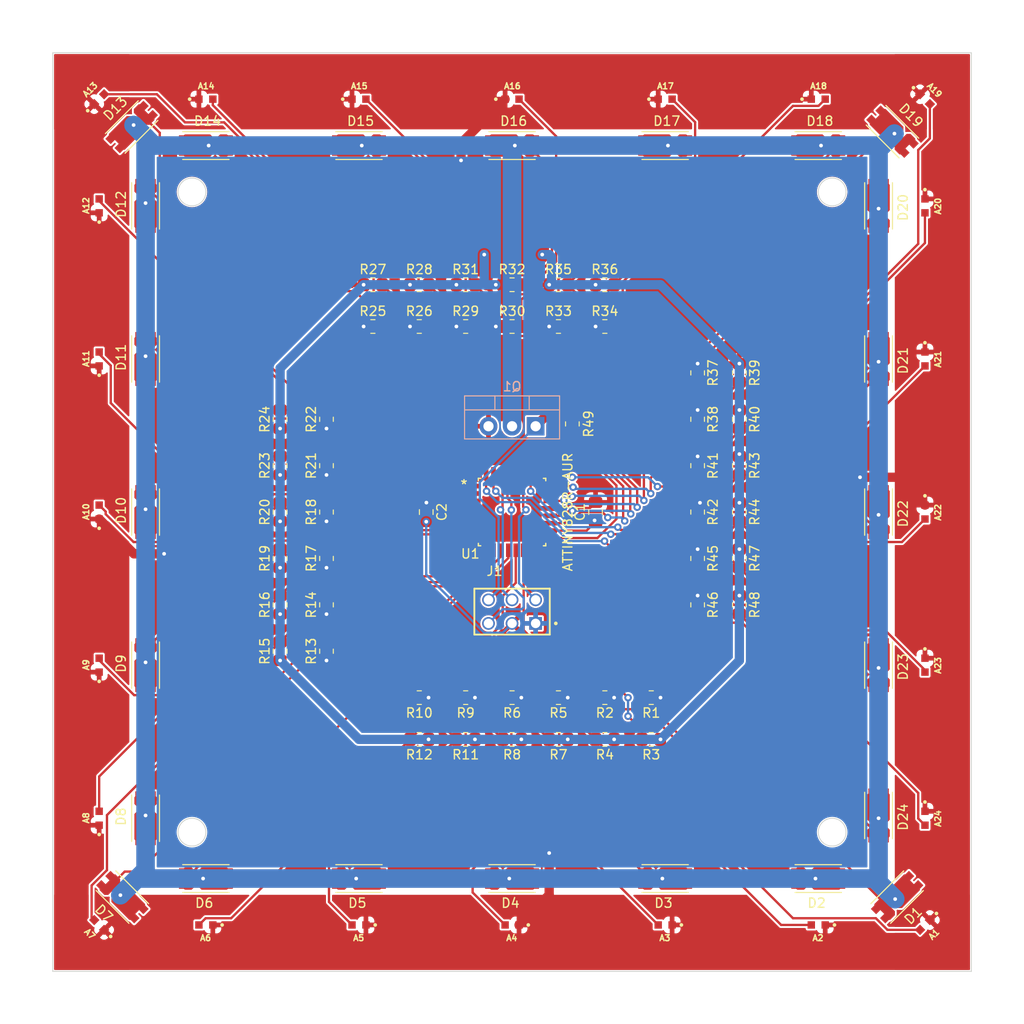
<source format=kicad_pcb>
(kicad_pcb (version 20211014) (generator pcbnew)
  (layers (0 "F.Cu" signal) (31 "B.Cu" signal) (34 "B.Paste" user) (35 "F.Paste" user) (36 "B.SilkS" user "B.Silkscreen") (37 "F.SilkS" user "F.Silkscreen") (38 "B.Mask" user) (39 "F.Mask" user) (44 "Edge.Cuts" user))
  (net 0 "")
  (net 1 "+5V")
  (net 2 "/SEN1")
  (net 3 "/SEN2")
  (net 4 "/SEN3")
  (net 5 "/SEN4")
  (net 6 "/SEN5")
  (net 7 "/SEN6")
  (net 8 "/SEN7")
  (net 9 "/SEN8")
  (net 10 "/SEN9")
  (net 11 "/SEN10")
  (net 12 "/SEN11")
  (net 13 "/SEN12")
  (net 14 "/SEN13")
  (net 15 "/SEN14")
  (net 16 "/SEN15")
  (net 17 "/SEN16")
  (net 18 "/SEN17")
  (net 19 "/SEN18")
  (net 20 "/SEN19")
  (net 21 "/SEN20")
  (net 22 "/SEN21")
  (net 23 "/SEN22")
  (net 24 "/SEN23")
  (net 25 "/SEN24")
  (net 26 "GND")
  (net 27 "Net-(D1-PadA)")
  (net 28 "Net-(D2-PadA)")
  (net 29 "Net-(D3-PadA)")
  (net 30 "Net-(D4-PadA)")
  (net 31 "Net-(D5-PadA)")
  (net 32 "Net-(D6-PadA)")
  (net 33 "Net-(D7-PadA)")
  (net 34 "Net-(D8-PadA)")
  (net 35 "Net-(D9-PadA)")
  (net 36 "Net-(D10-PadA)")
  (net 37 "Net-(D11-PadA)")
  (net 38 "Net-(D12-PadA)")
  (net 39 "Net-(D13-PadA)")
  (net 40 "Net-(D14-PadA)")
  (net 41 "Net-(D15-PadA)")
  (net 42 "Net-(D16-PadA)")
  (net 43 "Net-(D17-PadA)")
  (net 44 "Net-(D18-PadA)")
  (net 45 "Net-(D19-PadA)")
  (net 46 "Net-(D20-PadA)")
  (net 47 "Net-(D21-PadA)")
  (net 48 "Net-(D22-PadA)")
  (net 49 "Net-(D23-PadA)")
  (net 50 "Net-(D24-PadA)")
  (net 51 "/SDA{slash}MOSI")
  (net 52 "/SCL")
  (net 53 "/RST")
  (net 54 "/MSFTDRN")
  (net 56 "/LEDPWM")
  (footprint "Resistor_SMD:R_0805_2012Metric_Pad1.20x1.40mm_HandSolder" (layer "F.Cu") (at 263.5 161.5 180)
    (fp_text reference "R2")
    (fp_text value "261R")
  )
  (footprint "ALS-PT19-315C_L177_TR8:XDCR_ALS-PT19-315C_L177_TR8" (layer "F.Cu") (at 298 97 -45)
    (fp_text reference "A19")
    (fp_text value "ALS-PT19-315C/L177/TR8")
  )
  (footprint "Resistor_SMD:R_0805_2012Metric_Pad1.20x1.40mm_HandSolder" (layer "F.Cu") (at 228.5 146.5 90)
    (fp_text reference "R19")
    (fp_text value "10K")
  )
  (footprint "Resistor_SMD:R_0805_2012Metric_Pad1.20x1.40mm_HandSolder" (layer "F.Cu") (at 243.5 117)
    (fp_text reference "R28")
    (fp_text value "10K")
  )
  (footprint "SPMWHT541ML5XATMS6:LED_SPMWHT541MP5WAPKS4" (layer "F.Cu") (at 211.5 183 135)
    (fp_text reference "D7")
    (fp_text value "SPMWHT541ML5XATMS6")
  )
  (footprint "ALS-PT19-315C_L177_TR8:XDCR_ALS-PT19-315C_L177_TR8" (layer "F.Cu") (at 286.5 97)
    (fp_text reference "A18")
    (fp_text value "ALS-PT19-315C/L177/TR8")
  )
  (footprint "Capacitor_SMD:C_0805_2012Metric_Pad1.18x1.45mm_HandSolder" (layer "F.Cu") (at 262.5 141.5 90)
    (fp_text reference "C1")
    (fp_text value "0.1UF")
  )
  (footprint "ALS-PT19-315C_L177_TR8:XDCR_ALS-PT19-315C_L177_TR8" (layer "F.Cu") (at 209 108.5 90)
    (fp_text reference "A12")
    (fp_text value "ALS-PT19-315C/L177/TR8")
  )
  (footprint "Resistor_SMD:R_0805_2012Metric_Pad1.20x1.40mm_HandSolder" (layer "F.Cu") (at 258.5 166 180)
    (fp_text reference "R7")
    (fp_text value "10K")
  )
  (footprint "SPMWHT541ML5XATMS6:LED_SPMWHT541MP5WAPKS4" (layer "F.Cu") (at 214 174.5 90)
    (fp_text reference "D8")
    (fp_text value "SPMWHT541ML5XATMS6")
  )
  (footprint "Resistor_SMD:R_0805_2012Metric_Pad1.20x1.40mm_HandSolder" (layer "F.Cu") (at 248.5 161.5 180)
    (fp_text reference "R9")
    (fp_text value "261R")
  )
  (footprint "Resistor_SMD:R_0805_2012Metric_Pad1.20x1.40mm_HandSolder" (layer "F.Cu") (at 238.5 117)
    (fp_text reference "R27")
    (fp_text value "10K")
  )
  (footprint "SPMWHT541ML5XATMS6:LED_SPMWHT541MP5WAPKS4" (layer "F.Cu") (at 293 108.5 -90)
    (fp_text reference "D20")
    (fp_text value "SPMWHT541ML5XATMS6")
  )
  (footprint "Resistor_SMD:R_0805_2012Metric_Pad1.20x1.40mm_HandSolder" (layer "F.Cu") (at 238.5 121.5)
    (fp_text reference "R25")
    (fp_text value "261R")
  )
  (footprint "ALS-PT19-315C_L177_TR8:XDCR_ALS-PT19-315C_L177_TR8" (layer "F.Cu") (at 237 186 180)
    (fp_text reference "A5")
    (fp_text value "ALS-PT19-315C/L177/TR8")
  )
  (footprint "ALS-PT19-315C_L177_TR8:XDCR_ALS-PT19-315C_L177_TR8" (layer "F.Cu") (at 220.5 186 180)
    (fp_text reference "A6")
    (fp_text value "ALS-PT19-315C/L177/TR8")
  )
  (footprint "Resistor_SMD:R_0805_2012Metric_Pad1.20x1.40mm_HandSolder" (layer "F.Cu") (at 258.5 161.5 180)
    (fp_text reference "R5")
    (fp_text value "261R")
  )
  (footprint "Resistor_SMD:R_0805_2012Metric_Pad1.20x1.40mm_HandSolder" (layer "F.Cu") (at 243.5 166 180)
    (fp_text reference "R12")
    (fp_text value "10K")
  )
  (footprint "Resistor_SMD:R_0805_2012Metric_Pad1.20x1.40mm_HandSolder" (layer "F.Cu") (at 273.5 151.5 -90)
    (fp_text reference "R46")
    (fp_text value "261R")
  )
  (footprint "Resistor_SMD:R_0805_2012Metric_Pad1.20x1.40mm_HandSolder" (layer "F.Cu") (at 278 131.5 -90)
    (fp_text reference "R40")
    (fp_text value "10K")
  )
  (footprint "SPMWHT541ML5XATMS6:LED_SPMWHT541MP5WAPKS4" (layer "F.Cu") (at 270 102)
    (fp_text reference "D17")
    (fp_text value "SPMWHT541ML5XATMS6")
  )
  (footprint "Resistor_SMD:R_0805_2012Metric_Pad1.20x1.40mm_HandSolder" (layer "F.Cu") (at 228.5 141.5 90)
    (fp_text reference "R20")
    (fp_text value "10K")
  )
  (footprint "Resistor_SMD:R_0805_2012Metric_Pad1.20x1.40mm_HandSolder" (layer "F.Cu") (at 248.5 166 180)
    (fp_text reference "R11")
    (fp_text value "10K")
  )
  (footprint "Resistor_SMD:R_0805_2012Metric_Pad1.20x1.40mm_HandSolder" (layer "F.Cu") (at 263.5 166 180)
    (fp_text reference "R4")
    (fp_text value "10K")
  )
  (footprint "SPMWHT541ML5XATMS6:LED_SPMWHT541MP5WAPKS4" (layer "F.Cu") (at 253.5 181 180)
    (fp_text reference "D4")
    (fp_text value "SPMWHT541ML5XATMS6")
  )
  (footprint "ALS-PT19-315C_L177_TR8:XDCR_ALS-PT19-315C_L177_TR8" (layer "F.Cu") (at 253.5 97)
    (fp_text reference "A16")
    (fp_text value "ALS-PT19-315C/L177/TR8")
  )
  (footprint "Resistor_SMD:R_0805_2012Metric_Pad1.20x1.40mm_HandSolder" (layer "F.Cu") (at 253.5 166 180)
    (fp_text reference "R8")
    (fp_text value "10K")
  )
  (footprint "ALS-PT19-315C_L177_TR8:XDCR_ALS-PT19-315C_L177_TR8" (layer "F.Cu") (at 298 186 -135)
    (fp_text reference "A1")
    (fp_text value "ALS-PT19-315C/L177/TR8")
  )
  (footprint "SPMWHT541ML5XATMS6:LED_SPMWHT541MP5WAPKS4" (layer "F.Cu") (at 212.5 100 45)
    (fp_text reference "D13")
    (fp_text value "SPMWHT541ML5XATMS6")
  )
  (footprint "Resistor_SMD:R_0805_2012Metric_Pad1.20x1.40mm_HandSolder" (layer "F.Cu") (at 243.5 161.5 180)
    (fp_text reference "R10")
    (fp_text value "261R")
  )
  (footprint "SPMWHT541ML5XATMS6:LED_SPMWHT541MP5WAPKS4" (layer "F.Cu") (at 214 158 90)
    (fp_text reference "D9")
    (fp_text value "SPMWHT541ML5XATMS6")
  )
  (footprint "SPMWHT541ML5XATMS6:LED_SPMWHT541MP5WAPKS4" (layer "F.Cu") (at 293 174.2 -90)
    (fp_text reference "D24")
    (fp_text value "SPMWHT541ML5XATMS6")
  )
  (footprint "ATTINY828R-AUR:TQFP32_9X9_MCH" (layer "F.Cu") (at 253.5 141.5)
    (fp_text reference "U1")
    (fp_text value "ATTINY828R-AUR")
  )
  (footprint "Resistor_SMD:R_0805_2012Metric_Pad1.20x1.40mm_HandSolder" (layer "F.Cu") (at 228.5 156.5 90)
    (fp_text reference "R15")
    (fp_text value "10K")
  )
  (footprint "Resistor_SMD:R_0805_2012Metric_Pad1.20x1.40mm_HandSolder" (layer "F.Cu") (at 253.5 161.5 180)
    (fp_text reference "R6")
    (fp_text value "261R")
  )
  (footprint "SPMWHT541ML5XATMS6:LED_SPMWHT541MP5WAPKS4" (layer "F.Cu") (at 214 108.5 90)
    (fp_text reference "D12")
    (fp_text value "SPMWHT541ML5XATMS6")
  )
  (footprint "Resistor_SMD:R_0805_2012Metric_Pad1.20x1.40mm_HandSolder" (layer "F.Cu") (at 278 151.5 -90)
    (fp_text reference "R48")
    (fp_text value "10K")
  )
  (footprint "Resistor_SMD:R_0805_2012Metric_Pad1.20x1.40mm_HandSolder" (layer "F.Cu") (at 233.5 146.5 90)
    (fp_text reference "R17")
    (fp_text value "261R")
  )
  (footprint "SPMWHT541ML5XATMS6:LED_SPMWHT541MP5WAPKS4" (layer "F.Cu") (at 237 102)
    (fp_text reference "D15")
    (fp_text value "SPMWHT541ML5XATMS6")
  )
  (footprint "Resistor_SMD:R_0805_2012Metric_Pad1.20x1.40mm_HandSolder" (layer "F.Cu") (at 263.5 121.5)
    (fp_text reference "R34")
    (fp_text value "261R")
  )
  (footprint "Resistor_SMD:R_0805_2012Metric_Pad1.20x1.40mm_HandSolder" (layer "F.Cu") (at 278 146.5 -90)
    (fp_text reference "R47")
    (fp_text value "10K")
  )
  (footprint "Resistor_SMD:R_0805_2012Metric_Pad1.20x1.40mm_HandSolder" (layer "F.Cu") (at 273.5 141.5 -90)
    (fp_text reference "R42")
    (fp_text value "261R")
  )
  (footprint "SPMWHT541ML5XATMS6:LED_SPMWHT541MP5WAPKS4" (layer "F.Cu") (at 286.5 102)
    (fp_text reference "D18")
    (fp_text value "SPMWHT541ML5XATMS6")
  )
  (footprint "Resistor_SMD:R_0805_2012Metric_Pad1.20x1.40mm_HandSolder" (layer "F.Cu") (at 233.5 131.5 90)
    (fp_text reference "R22")
    (fp_text value "261R")
  )
  (footprint "ALS-PT19-315C_L177_TR8:XDCR_ALS-PT19-315C_L177_TR8" (layer "F.Cu") (at 220.5 97)
    (fp_text reference "A14")
    (fp_text value "ALS-PT19-315C/L177/TR8")
  )
  (footprint "ALS-PT19-315C_L177_TR8:XDCR_ALS-PT19-315C_L177_TR8" (layer "F.Cu") (at 270 186 180)
    (fp_text reference "A3")
    (fp_text value "ALS-PT19-315C/L177/TR8")
  )
  (footprint "Resistor_SMD:R_0805_2012Metric_Pad1.20x1.40mm_HandSolder" (layer "F.Cu") (at 233.5 136.5 90)
    (fp_text reference "R21")
    (fp_text value "261R")
  )
  (footprint "SPMWHT541ML5XATMS6:LED_SPMWHT541MP5WAPKS4" (layer "F.Cu") (at 237 181 180)
    (fp_text reference "D5")
    (fp_text value "SPMWHT541ML5XATMS6")
  )
  (footprint "Resistor_SMD:R_0805_2012Metric_Pad1.20x1.40mm_HandSolder" (layer "F.Cu") (at 228.5 131.5 90)
    (fp_text reference "R24")
    (fp_text value "10K")
  )
  (footprint "ALS-PT19-315C_L177_TR8:XDCR_ALS-PT19-315C_L177_TR8" (layer "F.Cu") (at 209 125 90)
    (fp_text reference "A11")
    (fp_text value "ALS-PT19-315C/L177/TR8")
  )
  (footprint "Capacitor_SMD:C_0805_2012Metric_Pad1.18x1.45mm_HandSolder" (layer "F.Cu") (at 244.25 141.5 -90)
    (fp_text reference "C2")
    (fp_text value "0.1UF")
  )
  (footprint "Resistor_SMD:R_0805_2012Metric" (layer "F.Cu") (at 260 132 90)
    (fp_text reference "R49")
    (fp_text value "10K")
  )
  (footprint "Resistor_SMD:R_0805_2012Metric_Pad1.20x1.40mm_HandSolder" (layer "F.Cu") (at 233.5 151.5 90)
    (fp_text reference "R14")
    (fp_text value "261R")
  )
  (footprint "SPMWHT541ML5XATMS6:LED_SPMWHT541MP5WAPKS4" (layer "F.Cu") (at 293 125 -90)
    (fp_text reference "D21")
    (fp_text value "SPMWHT541ML5XATMS6")
  )
  (footprint "ALS-PT19-315C_L177_TR8:XDCR_ALS-PT19-315C_L177_TR8" (layer "F.Cu") (at 209 141.5 90)
    (fp_text reference "A10")
    (fp_text value "ALS-PT19-315C/L177/TR8")
  )
  (footprint "SPMWHT541ML5XATMS6:LED_SPMWHT541MP5WAPKS4" (layer "F.Cu") (at 253.5 102)
    (fp_text reference "D16")
    (fp_text value "SPMWHT541ML5XATMS6")
  )
  (footprint "Resistor_SMD:R_0805_2012Metric_Pad1.20x1.40mm_HandSolder" (layer "F.Cu") (at 228.5 136.5 90)
    (fp_text reference "R23")
    (fp_text value "10K")
  )
  (footprint "Resistor_SMD:R_0805_2012Metric_Pad1.20x1.40mm_HandSolder" (layer "F.Cu") (at 273.5 146.5 -90)
    (fp_text reference "R45")
    (fp_text value "261R")
  )
  (footprint "Resistor_SMD:R_0805_2012Metric_Pad1.20x1.40mm_HandSolder" (layer "F.Cu") (at 273.5 136.5 -90)
    (fp_text reference "R41")
    (fp_text value "261R")
  )
  (footprint "SPMWHT541ML5XATMS6:LED_SPMWHT541MP5WAPKS4" (layer "F.Cu") (at 294.5 100.5 -45)
    (fp_text reference "D19")
    (fp_text value "SPMWHT541ML5XATMS6")
  )
  (footprint "SPMWHT541ML5XATMS6:LED_SPMWHT541MP5WAPKS4" (layer "F.Cu") (at 220.5 102)
    (fp_text reference "D14")
    (fp_text value "SPMWHT541ML5XATMS6")
  )
  (footprint "Resistor_SMD:R_0805_2012Metric_Pad1.20x1.40mm_HandSolder" (layer "F.Cu") (at 253.5 117)
    (fp_text reference "R32")
    (fp_text value "10K")
  )
  (footprint "SPMWHT541ML5XATMS6:LED_SPMWHT541MP5WAPKS4" (layer "F.Cu") (at 270 181 180)
    (fp_text reference "D3")
    (fp_text value "SPMWHT541ML5XATMS6")
  )
  (footprint "SPMWHT541ML5XATMS6:LED_SPMWHT541MP5WAPKS4" (layer "F.Cu") (at 293 141.5 -90)
    (fp_text reference "D22")
    (fp_text value "SPMWHT541ML5XATMS6")
  )
  (footprint "SPMWHT541ML5XATMS6:LED_SPMWHT541MP5WAPKS4" (layer "F.Cu") (at 295 183 -135)
    (fp_text reference "D1")
    (fp_text value "SPMWHT541ML5XATMS6")
  )
  (footprint "Resistor_SMD:R_0805_2012Metric_Pad1.20x1.40mm_HandSolder" (layer "F.Cu") (at 248.5 121.5)
    (fp_text reference "R29")
    (fp_text value "261R")
  )
  (footprint "Resistor_SMD:R_0805_2012Metric_Pad1.20x1.40mm_HandSolder" (layer "F.Cu") (at 268.5 166 180)
    (fp_text reference "R3")
    (fp_text value "10K")
  )
  (footprint "ALS-PT19-315C_L177_TR8:XDCR_ALS-PT19-315C_L177_TR8" (layer "F.Cu") (at 298 158 -90)
    (fp_text reference "A23")
    (fp_text value "ALS-PT19-315C/L177/TR8")
  )
  (footprint "Resistor_SMD:R_0805_2012Metric_Pad1.20x1.40mm_HandSolder" (layer "F.Cu") (at 278 126.5 -90)
    (fp_text reference "R39")
    (fp_text value "10K")
  )
  (footprint "Resistor_SMD:R_0805_2012Metric_Pad1.20x1.40mm_HandSolder" (layer "F.Cu") (at 258.5 121.5)
    (fp_text reference "R33")
    (fp_text value "261R")
  )
  (footprint "Resistor_SMD:R_0805_2012Metric_Pad1.20x1.40mm_HandSolder" (layer "F.Cu") (at 258.5 117)
    (fp_text reference "R35")
    (fp_text value "10K")
  )
  (footprint "Resistor_SMD:R_0805_2012Metric_Pad1.20x1.40mm_HandSolder" (layer "F.Cu") (at 233.5 141.5 90)
    (fp_text reference "R18")
    (fp_text value "261R")
  )
  (footprint "Resistor_SMD:R_0805_2012Metric_Pad1.20x1.40mm_HandSolder" (layer "F.Cu") (at 273.5 131.5 -90)
    (fp_text reference "R38")
    (fp_text value "261R")
  )
  (footprint "ALS-PT19-315C_L177_TR8:XDCR_ALS-PT19-315C_L177_TR8" (layer "F.Cu") (at 209 158 90)
    (fp_text reference "A9")
    (fp_text value "ALS-PT19-315C/L177/TR8")
  )
  (footprint "Resistor_SMD:R_0805_2012Metric_Pad1.20x1.40mm_HandSolder" (layer "F.Cu") (at 263.5 117)
    (fp_text reference "R36")
    (fp_text value "10K")
  )
  (footprint "ALS-PT19-315C_L177_TR8:XDCR_ALS-PT19-315C_L177_TR8" (layer "F.Cu") (at 237 97)
    (fp_text reference "A15")
    (fp_text value "ALS-PT19-315C/L177/TR8")
  )
  (footprint "Resistor_SMD:R_0805_2012Metric_Pad1.20x1.40mm_HandSolder" (layer "F.Cu") (at 278 141.5 -90)
    (fp_text reference "R44")
    (fp_text value "10K")
  )
  (footprint "ALS-PT19-315C_L177_TR8:XDCR_ALS-PT19-315C_L177_TR8" (layer "F.Cu") (at 209 97 45)
    (fp_text reference "A13")
    (fp_text value "ALS-PT19-315C/L177/TR8")
  )
  (footprint "ALS-PT19-315C_L177_TR8:XDCR_ALS-PT19-315C_L177_TR8" (layer "F.Cu") (at 298 174.5 -90)
    (fp_text reference "A24")
    (fp_text value "ALS-PT19-315C/L177/TR8")
  )
  (footprint "Resistor_SMD:R_0805_2012Metric_Pad1.20x1.40mm_HandSolder" (layer "F.Cu") (at 233.5 156.5 90)
    (fp_text reference "R13")
    (fp_text value "261R")
  )
  (footprint "ALS-PT19-315C_L177_TR8:XDCR_ALS-PT19-315C_L177_TR8" (layer "F.Cu") (at 298 125 -90)
    (fp_text reference "A21")
    (fp_text value "ALS-PT19-315C/L177/TR8")
  )
  (footprint "ALS-PT19-315C_L177_TR8:XDCR_ALS-PT19-315C_L177_TR8" (layer "F.Cu") (at 253.5 186 180)
    (fp_text reference "A4")
    (fp_text value "ALS-PT19-315C/L177/TR8")
  )
  (footprint "SSQ-103-01-T-D:SAMTEC_SSQ-103-01-T-D" (layer "F.Cu") (at 253.5 152.23)
    (fp_text reference "J1")
    (fp_text value "SSQ-103-01-T-D")
  )
  (footprint "Resistor_SMD:R_0805_2012Metric_Pad1.20x1.40mm_HandSolder" (layer "F.Cu") (at 273.5 126.5 -90)
    (fp_text reference "R37")
    (fp_text value "261R")
  )
  (footprint "Resistor_SMD:R_0805_2012Metric_Pad1.20x1.40mm_HandSolder" (layer "F.Cu") (at 243.5 121.5)
    (fp_text reference "R26")
    (fp_text value "261R")
  )
  (footprint "SPMWHT541ML5XATMS6:LED_SPMWHT541MP5WAPKS4" (layer "F.Cu") (at 220.5 181 180)
    (fp_text reference "D6")
    (fp_text value "SPMWHT541ML5XATMS6")
  )
  (footprint "Resistor_SMD:R_0805_2012Metric_Pad1.20x1.40mm_HandSolder" (layer "F.Cu") (at 278 136.5 -90)
    (fp_text reference "R43")
    (fp_text value "10K")
  )
  (footprint "Resistor_SMD:R_0805_2012Metric_Pad1.20x1.40mm_HandSolder" (layer "F.Cu") (at 248.5 117)
    (fp_text reference "R31")
    (fp_text value "10K")
  )
  (footprint "ALS-PT19-315C_L177_TR8:XDCR_ALS-PT19-315C_L177_TR8" (layer "F.Cu") (at 209 174.5 90)
    (fp_text reference "A8")
    (fp_text value "ALS-PT19-315C/L177/TR8")
  )
  (footprint "ALS-PT19-315C_L177_TR8:XDCR_ALS-PT19-315C_L177_TR8" (layer "F.Cu") (at 298 108.5 -90)
    (fp_text reference "A20")
    (fp_text value "ALS-PT19-315C/L177/TR8")
  )
  (footprint "SPMWHT541ML5XATMS6:LED_SPMWHT541MP5WAPKS4" (layer "F.Cu") (at 214 125 90)
    (fp_text reference "D11")
    (fp_text value "SPMWHT541ML5XATMS6")
  )
  (footprint "ALS-PT19-315C_L177_TR8:XDCR_ALS-PT19-315C_L177_TR8" (layer "F.Cu") (at 209 186 135)
    (fp_text reference "A7")
    (fp_text value "ALS-PT19-315C/L177/TR8")
  )
  (footprint "SPMWHT541ML5XATMS6:LED_SPMWHT541MP5WAPKS4" (layer "F.Cu") (at 214 141.5 90)
    (fp_text reference "D10")
    (fp_text value "SPMWHT541ML5XATMS6")
  )
  (footprint "SPMWHT541ML5XATMS6:LED_SPMWHT541MP5WAPKS4" (layer "F.Cu") (at 286.5 181 180)
    (fp_text reference "D2")
    (fp_text value "SPMWHT541ML5XATMS6")
  )
  (footprint "Resistor_SMD:R_0805_2012Metric_Pad1.20x1.40mm_HandSolder" (layer "F.Cu") (at 253.5 121.5)
    (fp_text reference "R30")
    (fp_text value "261R")
  )
  (footprint "Resistor_SMD:R_0805_2012Metric_Pad1.20x1.40mm_HandSolder" (layer "F.Cu") (at 268.5 161.5 180)
    (fp_text reference "R1")
    (fp_text value "261R")
  )
  (footprint "Resistor_SMD:R_0805_2012Metric_Pad1.20x1.40mm_HandSolder" (layer "F.Cu") (at 228.5 151.5 90)
    (fp_text reference "R16")
    (fp_text value "10K")
  )
  (footprint "ALS-PT19-315C_L177_TR8:XDCR_ALS-PT19-315C_L177_TR8" (layer "F.Cu") (at 286.5 186 180)
    (fp_text reference "A2")
    (fp_text value "ALS-PT19-315C/L177/TR8")
  )
  (footprint "ALS-PT19-315C_L177_TR8:XDCR_ALS-PT19-315C_L177_TR8" (layer "F.Cu") (at 298 141.5 -90)
    (fp_text reference "A22")
    (fp_text value "ALS-PT19-315C/L177/TR8")
  )
  (footprint "ALS-PT19-315C_L177_TR8:XDCR_ALS-PT19-315C_L177_TR8" (layer "F.Cu") (at 270 97)
    (fp_text reference "A17")
    (fp_text value "ALS-PT19-315C/L177/TR8")
  )
  (footprint "SPMWHT541ML5XATMS6:LED_SPMWHT541MP5WAPKS4" (layer "F.Cu") (at 293 158 -90)
    (fp_text reference "D23")
    (fp_text value "SPMWHT541ML5XATMS6")
  )
  (footprint "Package_TO_SOT_THT:TO-220-3_Vertical" (layer "B.Cu") (at 256.04 132.25 180)
    (fp_text reference "Q1")
    (fp_text value "IRLZ44N")
  )
  (gr_line (start 204 92) (end 303 92) (layer "Edge.Cuts") (width 0.1))
  (gr_circle (center 219 107) (end 220.5 107) (layer "Edge.Cuts") (width 0.1) (fill none))
  (gr_line (start 303 191) (end 204 191) (layer "Edge.Cuts") (width 0.1))
  (gr_line (start 204 191) (end 204 92) (layer "Edge.Cuts") (width 0.1))
  (gr_line (start 303 92) (end 303 191) (layer "Edge.Cuts") (width 0.1))
  (gr_circle (center 288 176) (end 289.5 176) (layer "Edge.Cuts") (width 0.1) (fill none))
  (gr_circle (center 288 107) (end 289.5 107) (layer "Edge.Cuts") (width 0.1) (fill none))
  (gr_circle (center 219 176) (end 220.5 176) (layer "Edge.Cuts") (width 0.1) (fill none))
  (segment (start 244.26875 140.48125) (end 244.8875 141.1) (width 0.25) (layer "F.Cu") (net 1))
  (segment (start 212.75 146) (end 216 146) (width 1) (layer "F.Cu") (net 1))
  (segment (start 295 137.75) (end 291 137.75) (width 1) (layer "F.Cu") (net 1))
  (segment (start 273.5 140.5) (end 273.75 140.5) (width 0.25) (layer "F.Cu") (net 1))
  (segment (start 248 101.75) (end 248 103.5995) (width 1) (layer "F.Cu") (net 1))
  (segment (start 209 142.25) (end 212.75 146) (width 1) (layer "F.Cu") (net 1))
  (segment (start 257.5 182.75) (end 257.5 178.25) (width 1) (layer "F.Cu") (net 1))
  (segment (start 254.25 186) (end 257.5 182.75) (width 1) (layer "F.Cu") (net 1))
  (segment (start 262.5 142.507611) (end 262.39375 142.401361) (width 0.25) (layer "F.Cu") (net 1))
  (segment (start 298 140.75) (end 295 137.75) (width 1) (layer "F.Cu") (net 1))
  (segment (start 261.5375 143.5) (end 257.619 143.5) (width 0.25) (layer "F.Cu") (net 1))
  (segment (start 244.25 140.4625) (end 244.26875 140.48125) (width 0.25) (layer "F.Cu") (net 1))
  (segment (start 262.5 142.5375) (end 262.5 142.507611) (width 0.25) (layer "F.Cu") (net 1))
  (segment (start 262.5 142.5375) (end 261.5375 143.5) (width 0.25) (layer "F.Cu") (net 1))
  (segment (start 252.75 97) (end 248 101.75) (width 1) (layer "F.Cu") (net 1))
  (segment (start 244.8875 141.1) (end 249.381 141.1) (width 0.25) (layer "F.Cu") (net 1))
  (via (at 273.75 140.5) (size 0.8) (drill 0.4) (layers "F.Cu" "B.Cu") (net 1))
  (via (at 233.5 152.5) (size 0.8) (drill 0.4) (layers "F.Cu" "B.Cu") (net 1))
  (via (at 262.5 121.5) (size 0.8) (drill 0.4) (layers "F.Cu" "B.Cu") (net 1))
  (via (at 216 146) (size 0.8) (drill 0.4) (layers "F.Cu" "B.Cu") (net 1))
  (via (at 251.75 121.5) (size 0.8) (drill 0.4) (layers "F.Cu" "B.Cu") (net 1))
  (via (at 233.5 142.5) (size 0.8) (drill 0.4) (layers "F.Cu" "B.Cu") (net 1))
  (via (at 257.5 121.5) (size 0.8) (drill 0.4) (layers "F.Cu" "B.Cu") (net 1))
  (via (at 233.5 147.5) (size 0.8) (drill 0.4) (layers "F.Cu" "B.Cu") (net 1))
  (via (at 242.5 121.5) (size 0.8) (drill 0.4) (layers "F.Cu" "B.Cu") (net 1))
  (via (at 291 137.75) (size 0.8) (drill 0.4) (layers "F.Cu" "B.Cu") (net 1))
  (via (at 262.39375 142.401361) (size 0.8) (drill 0.4) (layers "F.Cu" "B.Cu") (net 1))
  (via (at 273.5 145.5) (size 0.8) (drill 0.4) (layers "F.Cu" "B.Cu") (net 1))
  (via (at 237.5 121.5) (size 0.8) (drill 0.4) (layers "F.Cu" "B.Cu") (net 1))
  (via (at 233.5 137.5) (size 0.8) (drill 0.4) (layers "F.Cu" "B.Cu") (net 1))
  (via (at 259.5 161.5) (size 0.8) (drill 0.4) (layers "F.Cu" "B.Cu") (net 1))
  (via (at 257.5 178.25) (size 0.8) (drill 0.4) (layers "F.Cu" "B.Cu") (net 1))
  (via (at 233.5 157.5) (size 0.8) (drill 0.4) (layers "F.Cu" "B.Cu") (net 1))
  (via (at 254.5 161.5) (size 0.8) (drill 0.4) (layers "F.Cu" "B.Cu") (net 1))
  (via (at 244.26875 140.48125) (size 0.8) (drill 0.4) (layers "F.Cu" "B.Cu") (net 1))
  (via (at 269.5 161.5) (size 0.8) (drill 0.4) (layers "F.Cu" "B.Cu") (net 1))
  (via (at 244.5 161.5) (size 0.8) (drill 0.4) (layers "F.Cu" "B.Cu") (net 1))
  (via (at 247.5 121.5) (size 0.8) (drill 0.4) (layers "F.Cu" "B.Cu") (net 1))
  (via (at 273.5 150.5) (size 0.8) (drill 0.4) (layers "F.Cu" "B.Cu") (net 1))
  (via (at 249.5 161.5) (size 0.8) (drill 0.4) (layers "F.Cu" "B.Cu") (net 1))
  (via (at 233.5 132.5) (size 0.8) (drill 0.4) (layers "F.Cu" "B.Cu") (net 1))
  (via (at 273.5 135.5) (size 0.8) (drill 0.4) (layers "F.Cu" "B.Cu") (net 1))
  (via (at 273.5 125.5) (size 0.8) (drill 0.4) (layers "F.Cu" "B.Cu") (net 1))
  (via (at 264.5 161.5) (size 0.8) (drill 0.4) (layers "F.Cu" "B.Cu") (net 1))
  (via (at 273.5 130.5) (size 0.8) (drill 0.4) (layers "F.Cu" "B.Cu") (net 1))
  (via (at 248 103.5995) (size 0.8) (drill 0.4) (layers "F.Cu" "B.Cu") (net 1))
  (segment (start 267.5 166) (end 267.5 165) (width 0.25) (layer "F.Cu") (net 2))
  (segment (start 292.70709 185.275) (end 293.96242 186.53033) (width 0.25) (layer "F.Cu") (net 2))
  (segment (start 267.5 169) (end 283.775 185.275) (width 0.25) (layer "F.Cu") (net 2))
  (segment (start 293.96242 186.53033) (end 297.46967 186.53033) (width 0.25) (layer "F.Cu") (net 2))
  (segment (start 266 161.5) (end 265.425 160.925) (width 0.25) (layer "F.Cu") (net 2))
  (segment (start 267.5 166) (end 267.5 169) (width 0.25) (layer "F.Cu") (net 2))
  (segment (start 265.425 160.925) (end 265.425 157.425) (width 0.25) (layer "F.Cu") (net 2))
  (segment (start 283.775 185.275) (end 292.70709 185.275) (width 0.25) (layer "F.Cu") (net 2))
  (segment (start 256.3 148.3) (end 256.3 145.619) (width 0.25) (layer "F.Cu") (net 2))
  (segment (start 265.425 157.425) (end 256.3 148.3) (width 0.25) (layer "F.Cu") (net 2))
  (segment (start 267.5 165) (end 266 163.5) (width 0.25) (layer "F.Cu") (net 2))
  (via (at 266 161.5) (size 0.8) (drill 0.4) (layers "F.Cu" "B.Cu") (net 2))
  (via (at 266 163.5) (size 0.8) (drill 0.4) (layers "F.Cu" "B.Cu") (net 2))
  (segment (start 266 161.5) (end 266 163.5) (width 0.25) (layer "B.Cu") (net 2))
  (segment (start 261.575 165.075) (end 261.575 154.325) (width 0.25) (layer "F.Cu") (net 3))
  (segment (start 262.5 166) (end 282.5 186) (width 0.25) (layer "F.Cu") (net 3))
  (segment (start 261.575 154.325) (end 255.5 148.25) (width 0.25) (layer "F.Cu") (net 3))
  (segment (start 262.5 166) (end 261.575 165.075) (width 0.25) (layer "F.Cu") (net 3))
  (segment (start 255.5 148.25) (end 255.5 145.619) (width 0.25) (layer "F.Cu") (net 3))
  (segment (start 282.5 186) (end 285.75 186) (width 0.25) (layer "F.Cu") (net 3))
  (segment (start 254.75 145.669) (end 254.7 145.619) (width 0.25) (layer "F.Cu") (net 4))
  (segment (start 257.5 174.25) (end 269.25 186) (width 0.25) (layer "F.Cu") (net 4))
  (segment (start 255.5 164) (end 255.5 154.98) (width 0.25) (layer "F.Cu") (net 4))
  (segment (start 257.5 166) (end 257.5 174.25) (width 0.25) (layer "F.Cu") (net 4))
  (segment (start 255.5 154.98) (end 254.75 154.23) (width 0.25) (layer "F.Cu") (net 4))
  (segment (start 254.75 154.23) (end 254.75 145.669) (width 0.25) (layer "F.Cu") (net 4))
  (segment (start 257.5 166) (end 255.5 164) (width 0.25) (layer "F.Cu") (net 4))
  (segment (start 252.49 153.5) (end 252.49 150.541644) (width 0.25) (layer "F.Cu") (net 5))
  (segment (start 249.25 180) (end 249.25 182.5) (width 0.25) (layer "F.Cu") (net 5))
  (segment (start 253.9 149.131644) (end 253.9 145.619) (width 0.25) (layer "F.Cu") (net 5))
  (segment (start 252.49 150.541644) (end 253.9 149.131644) (width 0.25) (layer "F.Cu") (net 5))
  (segment (start 251.575 165.075) (end 251.575 154.415) (width 0.25) (layer "F.Cu") (net 5))
  (segment (start 252.5 166) (end 251.575 165.075) (width 0.25) (layer "F.Cu") (net 5))
  (segment (start 251.575 154.415) (end 252.49 153.5) (width 0.25) (layer "F.Cu") (net 5))
  (segment (start 252.5 176.75) (end 249.25 180) (width 0.25) (layer "F.Cu") (net 5))
  (segment (start 249.25 182.5) (end 252.75 186) (width 0.25) (layer "F.Cu") (net 5))
  (segment (start 252.5 166) (end 252.5 176.75) (width 0.25) (layer "F.Cu") (net 5))
  (segment (start 247.5 166) (end 246.575 165.075) (width 0.25) (layer "F.Cu") (net 6))
  (segment (start 233.77 183.52) (end 236.25 186) (width 0.25) (layer "F.Cu") (net 6))
  (segment (start 253.1 146.4536) (end 253.1 145.619) (width 0.25) (layer "F.Cu") (net 6))
  (segment (start 233.77 179.73) (end 233.77 183.52) (width 0.25) (layer "F.Cu") (net 6))
  (segment (start 251.9786 147.575) (end 253.1 146.4536) (width 0.25) (layer "F.Cu") (net 6))
  (segment (start 250.653188 147.575) (end 251.9786 147.575) (width 0.25) (layer "F.Cu") (net 6))
  (segment (start 246.575 151.653188) (end 250.653188 147.575) (width 0.25) (layer "F.Cu") (net 6))
  (segment (start 246.575 165.075) (end 246.575 151.653188) (width 0.25) (layer "F.Cu") (net 6))
  (segment (start 247.5 166) (end 233.77 179.73) (width 0.25) (layer "F.Cu") (net 6))
  (segment (start 250.466792 147.125) (end 251.464996 147.125) (width 0.25) (layer "F.Cu") (net 7))
  (segment (start 242.5 166) (end 223.225 185.275) (width 0.25) (layer "F.Cu") (net 7))
  (segment (start 251.464996 147.125) (end 252.3 146.289996) (width 0.25) (layer "F.Cu") (net 7))
  (segment (start 242.5 166) (end 243.575 164.925) (width 0.25) (layer "F.Cu") (net 7))
  (segment (start 220.475 185.275) (end 219.75 186) (width 0.25) (layer "F.Cu") (net 7))
  (segment (start 223.225 185.275) (end 220.475 185.275) (width 0.25) (layer "F.Cu") (net 7))
  (segment (start 252.3 146.289996) (end 252.3 145.619) (width 0.25) (layer "F.Cu") (net 7))
  (segment (start 243.575 164.925) (end 243.575 154.016792) (width 0.25) (layer "F.Cu") (net 7))
  (segment (start 243.575 154.016792) (end 250.466792 147.125) (width 0.25) (layer "F.Cu") (net 7))
  (segment (start 247.455396 149.5) (end 250.280396 146.675) (width 0.25) (layer "F.Cu") (net 8))
  (segment (start 229.55 152.836827) (end 232.886827 149.5) (width 0.25) (layer "F.Cu") (net 8))
  (segment (start 251.2786 146.675) (end 251.5 146.4536) (width 0.25) (layer "F.Cu") (net 8))
  (segment (start 250.280396 146.675) (end 251.2786 146.675) (width 0.25) (layer "F.Cu") (net 8))
  (segment (start 229.55 154.45) (end 229.55 152.836827) (width 0.25) (layer "F.Cu") (net 8))
  (segment (start 208.186827 185.186827) (end 208.46967 185.46967) (width 0.25) (layer "F.Cu") (net 8))
  (segment (start 251.5 146.4536) (end 251.5 145.619) (width 0.25) (layer "F.Cu") (net 8))
  (segment (start 228.5 155.5) (end 229.55 154.45) (width 0.25) (layer "F.Cu") (net 8))
  (segment (start 232.886827 149.5) (end 247.455396 149.5) (width 0.25) (layer "F.Cu") (net 8))
  (segment (start 209.841044 174.158956) (end 209.841044 180.091045) (width 0.25) (layer "F.Cu") (net 8))
  (segment (start 208.186827 181.745262) (end 208.186827 185.186827) (width 0.25) (layer "F.Cu") (net 8))
  (segment (start 228.5 155.5) (end 209.841044 174.158956) (width 0.25) (layer "F.Cu") (net 8))
  (segment (start 209.841044 180.091045) (end 208.186827 181.745262) (width 0.25) (layer "F.Cu") (net 8))
  (segment (start 250.7 145.619) (end 247.269 149.05) (width 0.25) (layer "F.Cu") (net 9))
  (segment (start 209 170) (end 209 173.75) (width 0.25) (layer "F.Cu") (net 9))
  (segment (start 247.269 149.05) (end 229.95 149.05) (width 0.25) (layer "F.Cu") (net 9))
  (segment (start 228.5 150.5) (end 209 170) (width 0.25) (layer "F.Cu") (net 9))
  (segment (start 229.95 149.05) (end 228.5 150.5) (width 0.25) (layer "F.Cu") (net 9))
  (segment (start 231.425 148.425) (end 245.256 148.425) (width 0.25) (layer "F.Cu") (net 10))
  (segment (start 212.76331 161.23) (end 209 157.46669) (width 0.25) (layer "F.Cu") (net 10))
  (segment (start 245.256 148.425) (end 249.381 144.3) (width 0.25) (layer "F.Cu") (net 10))
  (segment (start 228.5 145.5) (end 231.425 148.425) (width 0.25) (layer "F.Cu") (net 10))
  (segment (start 216.025 157.975) (end 216.025 160.44169) (width 0.25) (layer "F.Cu") (net 10))
  (segment (start 216.025 160.44169) (end 215.23669 161.23) (width 0.25) (layer "F.Cu") (net 10))
  (segment (start 228.5 145.5) (end 216.025 157.975) (width 0.25) (layer "F.Cu") (net 10))
  (segment (start 209 157.46669) (end 209 157.25) (width 0.25) (layer "F.Cu") (net 10))
  (segment (start 215.23669 161.23) (end 212.76331 161.23) (width 0.25) (layer "F.Cu") (net 10))
  (segment (start 228.5 140.5) (end 224.27 144.73) (width 0.25) (layer "F.Cu") (net 11))
  (segment (start 209.7 141.45) (end 209 140.75) (width 0.25) (layer "F.Cu") (net 11))
  (segment (start 224.27 144.73) (end 212.705 144.73) (width 0.25) (layer "F.Cu") (net 11))
  (segment (start 249.381 143.5) (end 247.772792 143.5) (width 0.25) (layer "F.Cu") (net 11))
  (segment (start 247.772792 143.5) (end 247.372792 143.9) (width 0.25) (layer "F.Cu") (net 11))
  (segment (start 247.372792 143.9) (end 231.9 143.9) (width 0.25) (layer "F.Cu") (net 11))
  (segment (start 209.7 141.725) (end 209.7 141.45) (width 0.25) (layer "F.Cu") (net 11))
  (segment (start 231.9 143.9) (end 228.5 140.5) (width 0.25) (layer "F.Cu") (net 11))
  (segment (start 212.705 144.73) (end 209.7 141.725) (width 0.25) (layer "F.Cu") (net 11))
  (segment (start 247.186396 143.45) (end 247.936396 142.7) (width 0.25) (layer "F.Cu") (net 12))
  (segment (start 210.25 125.71669) (end 209 124.46669) (width 0.25) (layer "F.Cu") (net 12))
  (segment (start 209 124.46669) (end 209 124.25) (width 0.25) (layer "F.Cu") (net 12))
  (segment (start 247.936396 142.7) (end 249.381 142.7) (width 0.25) (layer "F.Cu") (net 12))
  (segment (start 229.136396 135.5) (end 233.211396 139.575) (width 0.25) (layer "F.Cu") (net 12))
  (segment (start 228.5 135.5) (end 229.136396 135.5) (width 0.25) (layer "F.Cu") (net 12))
  (segment (start 210.25 129.75) (end 210.25 125.71669) (width 0.25) (layer "F.Cu") (net 12))
  (segment (start 242.95 143.45) (end 247.186396 143.45) (width 0.25) (layer "F.Cu") (net 12))
  (segment (start 228.5 135.5) (end 216 135.5) (width 0.25) (layer "F.Cu") (net 12))
  (segment (start 239.075 139.575) (end 242.95 143.45) (width 0.25) (layer "F.Cu") (net 12))
  (segment (start 233.211396 139.575) (end 239.075 139.575) (width 0.25) (layer "F.Cu") (net 12))
  (segment (start 216 135.5) (end 210.25 129.75) (width 0.25) (layer "F.Cu") (net 12))
  (segment (start 249.381 140.3) (end 245.713173 140.3) (width 0.25) (layer "F.Cu") (net 13))
  (segment (start 228.5 130.5) (end 228.5 127.46669) (width 0.25) (layer "F.Cu") (net 13))
  (segment (start 230.25 130.5) (end 228.5 130.5) (width 0.25) (layer "F.Cu") (net 13))
  (segment (start 245.713173 140.3) (end 236.844975 131.431802) (width 0.25) (layer "F.Cu") (net 13))
  (segment (start 209 107.96669) (end 209 107.75) (width 0.25) (layer "F.Cu") (net 13))
  (segment (start 231.181802 131.431802) (end 230.25 130.5) (width 0.25) (layer "F.Cu") (net 13))
  (segment (start 228.5 127.46669) (end 209 107.96669) (width 0.25) (layer "F.Cu") (net 13))
  (segment (start 236.844975 131.431802) (end 231.181802 131.431802) (width 0.25) (layer "F.Cu") (net 13))
  (segment (start 215.21967 96.46967) (end 209.53033 96.46967) (width 0.25) (layer "F.Cu") (net 14))
  (segment (start 222.46669 99.5) (end 218.25 99.5) (width 0.25) (layer "F.Cu") (net 14))
  (segment (start 239.5 117) (end 239.5 116.53331) (width 0.25) (layer "F.Cu") (net 14))
  (segment (start 248.5464 139.5) (end 243.25 134.2036) (width 0.25) (layer "F.Cu") (net 14))
  (segment (start 239.5 116.53331) (end 222.46669 99.5) (width 0.25) (layer "F.Cu") (net 14))
  (segment (start 243.25 124.5) (end 245.425 122.325) (width 0.25) (layer "F.Cu") (net 14))
  (segment (start 245.425 120.811827) (end 242.726561 118.113388) (width 0.25) (layer "F.Cu") (net 14))
  (segment (start 245.425 122.325) (end 245.425 120.811827) (width 0.25) (layer "F.Cu") (net 14))
  (segment (start 249.381 139.5) (end 248.5464 139.5) (width 0.25) (layer "F.Cu") (net 14))
  (segment (start 240.613388 118.113388) (end 239.5 117) (width 0.25) (layer "F.Cu") (net 14))
  (segment (start 242.726561 118.113388) (end 240.613388 118.113388) (width 0.25) (layer "F.Cu") (net 14))
  (segment (start 243.25 134.2036) (end 243.25 124.5) (width 0.25) (layer "F.Cu") (net 14))
  (segment (start 218.25 99.5) (end 215.21967 96.46967) (width 0.25) (layer "F.Cu") (net 14))
  (segment (start 243.425 116.311827) (end 243.088173 115.975) (width 0.25) (layer "F.Cu") (net 15))
  (segment (start 243.088173 115.975) (end 239.578086 115.975) (width 0.25) (layer "F.Cu") (net 15))
  (segment (start 221.25 97.646914) (end 221.25 97) (width 0.25) (layer "F.Cu") (net 15))
  (segment (start 239.578086 115.975) (end 221.25 97.646914) (width 0.25) (layer "F.Cu") (net 15))
  (segment (start 246 123.75) (end 246 118.5) (width 0.25) (layer "F.Cu") (net 15))
  (segment (start 244.5 117) (end 243.425 117) (width 0.25) (layer "F.Cu") (net 15))
  (segment (start 243.425 117) (end 243.425 116.311827) (width 0.25) (layer "F.Cu") (net 15))
  (segment (start 249.381 138.7) (end 245.725 135.044) (width 0.25) (layer "F.Cu") (net 15))
  (segment (start 245.725 124.025) (end 246 123.75) (width 0.25) (layer "F.Cu") (net 15))
  (segment (start 246 118.5) (end 244.5 117) (width 0.25) (layer "F.Cu") (net 15))
  (segment (start 245.725 135.044) (end 245.725 124.025) (width 0.25) (layer "F.Cu") (net 15))
  (segment (start 248.95 116.45) (end 248.95 108.2) (width 0.25) (layer "F.Cu") (net 16))
  (segment (start 256.275431 122.525) (end 262.075 128.324569) (width 0.25) (layer "F.Cu") (net 16))
  (segment (start 253.911827 122.525) (end 256.275431 122.525) (width 0.25) (layer "F.Cu") (net 16))
  (segment (start 262.075 128.324569) (end 262.075 135.961396) (width 0.25) (layer "F.Cu") (net 16))
  (segment (start 250.425 117.925) (end 250.688173 117.925) (width 0.25) (layer "F.Cu") (net 16))
  (segment (start 248.95 108.2) (end 237.75 97) (width 0.25) (layer "F.Cu") (net 16))
  (segment (start 262.075 135.961396) (end 264.75 138.636396) (width 0.25) (layer "F.Cu") (net 16))
  (segment (start 249.5 117) (end 250.425 117.925) (width 0.25) (layer "F.Cu") (net 16))
  (segment (start 253.575 120.811827) (end 253.575 122.188173) (width 0.25) (layer "F.Cu") (net 16))
  (segment (start 250.688173 117.925) (end 253.575 120.811827) (width 0.25) (layer "F.Cu") (net 16))
  (segment (start 253.575 122.188173) (end 253.911827 122.525) (width 0.25) (layer "F.Cu") (net 16))
  (segment (start 249.5 117) (end 248.95 116.45) (width 0.25) (layer "F.Cu") (net 16))
  (segment (start 264.75 138.636396) (end 264.75 142.25) (width 0.25) (layer "F.Cu") (net 16))
  (segment (start 264.75 142.25) (end 262.7 144.3) (width 0.25) (layer "F.Cu") (net 16))
  (segment (start 262.7 144.3) (end 257.619 144.3) (width 0.25) (layer "F.Cu") (net 16))
  (segment (start 259.163604 142.7) (end 257.619 142.7) (width 0.25) (layer "F.Cu") (net 17))
  (segment (start 255.25 117) (end 254.5 117) (width 0.25) (layer "F.Cu") (net 17))
  (segment (start 255.75 117) (end 258.25 114.5) (width 0.25) (layer "F.Cu") (net 17))
  (segment (start 265.640245 142.455658) (end 265.4745 142.289913) (width 0.25) (layer "F.Cu") (net 17))
  (segment (start 260.300305 142.088) (end 259.775604 142.088) (width 0.25) (layer "F.Cu") (net 17))
  (segment (start 263.817018 142.0875) (end 263.229518 141.5) (width 0.25) (layer "F.Cu") (net 17))
  (segment (start 265.4745 142.289913) (end 265.4745 138.7245) (width 0.25) (layer "F.Cu") (net 17))
  (segment (start 262.525 135.775) (end 262.525 128.138173) (width 0.25) (layer "F.Cu") (net 17))
  (segment (start 258.25 114.5) (end 258.25 101) (width 0.25) (layer "F.Cu") (net 17))
  (segment (start 254.5 117) (end 255.75 117) (width 0.25) (layer "F.Cu") (net 17))
  (segment (start 256.575 122.188173) (end 256.575 118.325) (width 0.25) (layer "F.Cu") (net 17))
  (segment (start 256.575 118.325) (end 255.25 117) (width 0.25) (layer "F.Cu") (net 17))
  (segment (start 260.888305 141.5) (end 260.300305 142.088) (width 0.25) (layer "F.Cu") (net 17))
  (segment (start 258.25 101) (end 254.25 97) (width 0.25) (layer "F.Cu") (net 17))
  (segment (start 263.229518 141.5) (end 260.888305 141.5) (width 0.25) (layer "F.Cu") (net 17))
  (segment (start 259.775604 142.088) (end 259.163604 142.7) (width 0.25) (layer "F.Cu") (net 17))
  (segment (start 265.4745 138.7245) (end 262.525 135.775) (width 0.25) (layer "F.Cu") (net 17))
  (segment (start 262.525 128.138173) (end 256.575 122.188173) (width 0.25) (layer "F.Cu") (net 17))
  (via (at 265.640245 142.455658) (size 0.8) (drill 0.4) (layers "F.Cu" "B.Cu") (net 17))
  (via (at 263.817018 142.0875) (size 0.8) (drill 0.4) (layers "F.Cu" "B.Cu") (net 17))
  (segment (start 265.272087 142.0875) (end 263.817018 142.0875) (width 0.25) (layer "B.Cu") (net 17))
  (segment (start 265.640245 142.455658) (end 265.272087 142.0875) (width 0.25) (layer "B.Cu") (net 17))
  (segment (start 261.575 119.075) (end 259.5 117) (width 0.25) (layer "F.Cu") (net 18))
  (segment (start 262.975 135.588604) (end 262.975 123.588173) (width 0.25) (layer "F.Cu") (net 18))
  (segment (start 260 141.363) (end 259.637 141.363) (width 0.25) (layer "F.Cu") (net 18))
  (segment (start 273.23 99.48) (end 270.75 97) (width 0.25) (layer "F.Cu") (net 18))
  (segment (start 273.23 103.23669) (end 273.23 99.48) (width 0.25) (layer "F.Cu") (net 18))
  (segment (start 266.293738 141.699383) (end 266.237027 141.642672) (width 0.25) (layer "F.Cu") (net 18))
  (segment (start 266.237027 141.642672) (end 266.237027 138.850631) (width 0.25) (layer "F.Cu") (net 18))
  (segment (start 259.637 141.363) (end 259.1 141.9) (width 0.25) (layer "F.Cu") (net 18))
  (segment (start 259.5 116.96669) (end 273.23 103.23669) (width 0.25) (layer "F.Cu") (net 18))
  (segment (start 259.5 117) (end 259.5 116.96669) (width 0.25) (layer "F.Cu") (net 18))
  (segment (start 266.237027 138.850631) (end 262.975 135.588604) (width 0.25) (layer "F.Cu") (net 18))
  (segment (start 259.1 141.9) (end 257.619 141.9) (width 0.25) (layer "F.Cu") (net 18))
  (segment (start 262.975 123.588173) (end 261.575 122.188173) (width 0.25) (layer "F.Cu") (net 18))
  (segment (start 261.575 122.188173) (end 261.575 119.075) (width 0.25) (layer "F.Cu") (net 18))
  (via (at 266.293738 141.699383) (size 0.8) (drill 0.4) (layers "F.Cu" "B.Cu") (net 18))
  (via (at 260 141.363) (size 0.8) (drill 0.4) (layers "F.Cu" "B.Cu") (net 18))
  (segment (start 265.957355 141.363) (end 260 141.363) (width 0.25) (layer "B.Cu") (net 18))
  (segment (start 266.293738 141.699383) (end 265.957355 141.363) (width 0.25) (layer "B.Cu") (net 18))
  (segment (start 283.775 97.725) (end 286.525 97.725) (width 0.25) (layer "F.Cu") (net 19))
  (segment (start 259.082458 140.230638) (end 259.013096 140.3) (width 0.25) (layer "F.Cu") (net 19))
  (segment (start 263.425 118.075) (end 264.5 117) (width 0.25) (layer "F.Cu") (net 19))
  (segment (start 266.984246 138.961454) (end 263.425 135.402208) (width 0.25) (layer "F.Cu") (net 19))
  (segment (start 286.525 97.725) (end 287.25 97) (width 0.25) (layer "F.Cu") (net 19))
  (segment (start 264.5 117) (end 283.775 97.725) (width 0.25) (layer "F.Cu") (net 19))
  (segment (start 263.425 135.402208) (end 263.425 118.075) (width 0.25) (layer "F.Cu") (net 19))
  (segment (start 259.013096 140.3) (end 257.619 140.3) (width 0.25) (layer "F.Cu") (net 19))
  (segment (start 266.984246 140.976747) (end 266.984246 138.961454) (width 0.25) (layer "F.Cu") (net 19))
  (via (at 266.984246 140.976747) (size 0.8) (drill 0.4) (layers "F.Cu" "B.Cu") (net 19))
  (via (at 259.082458 140.230638) (size 0.8) (drill 0.4) (layers "F.Cu" "B.Cu") (net 19))
  (segment (start 266.984246 140.976747) (end 266.645499 140.638) (width 0.25) (layer "B.Cu") (net 19))
  (segment (start 266.645499 140.638) (end 259.48982 140.638) (width 0.25) (layer "B.Cu") (net 19))
  (segment (start 259.48982 140.638) (end 259.082458 140.230638) (width 0.25) (layer "B.Cu") (net 19))
  (segment (start 274.188173 134.575) (end 276.975 131.788173) (width 0.25) (layer "F.Cu") (net 20))
  (segment (start 268.925 134.575) (end 274.188173 134.575) (width 0.25) (layer "F.Cu") (net 20))
  (segment (start 278 127.5) (end 282.363604 127.5) (width 0.25) (layer "F.Cu") (net 20))
  (segment (start 276.975 131.788173) (end 276.975 128.525) (width 0.25) (layer "F.Cu") (net 20))
  (segment (start 267.708746 140.25) (end 267.708746 135.791254) (width 0.25) (layer "F.Cu") (net 20))
  (segment (start 276.975 128.525) (end 278 127.5) (width 0.25) (layer "F.Cu") (net 20))
  (segment (start 298.53033 101.21967) (end 298.53033 97.53033) (width 0.25) (layer "F.Cu") (net 20))
  (segment (start 297.275 102.475) (end 298.53033 101.21967) (width 0.25) (layer "F.Cu") (net 20))
  (segment (start 297.275 112.588604) (end 297.275 102.475) (width 0.25) (layer "F.Cu") (net 20))
  (segment (start 259.992377 139.817052) (end 259.675325 139.5) (width 0.25) (layer "F.Cu") (net 20))
  (segment (start 267.708746 135.791254) (end 268.925 134.575) (width 0.25) (layer "F.Cu") (net 20))
  (segment (start 259.675325 139.5) (end 257.619 139.5) (width 0.25) (layer "F.Cu") (net 20))
  (segment (start 282.363604 127.5) (end 297.275 112.588604) (width 0.25) (layer "F.Cu") (net 20))
  (via (at 259.992377 139.817052) (size 0.8) (drill 0.4) (layers "F.Cu" "B.Cu") (net 20))
  (via (at 267.708746 140.25) (size 0.8) (drill 0.4) (layers "F.Cu" "B.Cu") (net 20))
  (segment (start 267.708746 140.25) (end 267.208746 139.75) (width 0.25) (layer "B.Cu") (net 20))
  (segment (start 260.059429 139.75) (end 259.992377 139.817052) (width 0.25) (layer "B.Cu") (net 20))
  (segment (start 267.208746 139.75) (end 260.059429 139.75) (width 0.25) (layer "B.Cu") (net 20))
  (segment (start 269.675 136.575) (end 274.188173 136.575) (width 0.25) (layer "F.Cu") (net 21))
  (segment (start 259.954828 138.7) (end 257.619 138.7) (width 0.25) (layer "F.Cu") (net 21))
  (segment (start 268.444947 137.805053) (end 269.675 136.575) (width 0.25) (layer "F.Cu") (net 21))
  (segment (start 268.444947 139.503417) (end 268.444947 137.805053) (width 0.25) (layer "F.Cu") (net 21))
  (segment (start 298 112.5) (end 298 109.25) (width 0.25) (layer "F.Cu") (net 21))
  (segment (start 260.075871 138.821043) (end 259.954828 138.7) (width 0.25) (layer "F.Cu") (net 21))
  (segment (start 278 132.5) (end 298 112.5) (width 0.25) (layer "F.Cu") (net 21))
  (segment (start 274.188173 136.575) (end 278 132.763173) (width 0.25) (layer "F.Cu") (net 21))
  (segment (start 278 132.763173) (end 278 132.5) (width 0.25) (layer "F.Cu") (net 21))
  (via (at 268.444947 139.503417) (size 0.8) (drill 0.4) (layers "F.Cu" "B.Cu") (net 21))
  (via (at 260.075871 138.821043) (size 0.8) (drill 0.4) (layers "F.Cu" "B.Cu") (net 21))
  (segment (start 260.254828 139) (end 260.075871 138.821043) (width 0.25) (layer "B.Cu") (net 21))
  (segment (start 267.94153 139) (end 260.254828 139) (width 0.25) (layer "B.Cu") (net 21))
  (segment (start 268.444947 139.503417) (end 267.94153 139) (width 0.25) (layer "B.Cu") (net 21))
  (segment (start 269.169897 138.74955) (end 276.75045 138.74955) (width 0.25) (layer "F.Cu") (net 22))
  (segment (start 286.25 137.5) (end 298 125.75) (width 0.25) (layer "F.Cu") (net 22))
  (segment (start 260 137.75) (end 259.631 137.381) (width 0.25) (layer "F.Cu") (net 22))
  (segment (start 276.75045 138.74955) (end 278 137.5) (width 0.25) (layer "F.Cu") (net 22))
  (segment (start 269.169447 138.75) (end 269.169897 138.74955) (width 0.25) (layer "F.Cu") (net 22))
  (segment (start 278 137.5) (end 286.25 137.5) (width 0.25) (layer "F.Cu") (net 22))
  (segment (start 259.631 137.381) (end 256.3 137.381) (width 0.25) (layer "F.Cu") (net 22))
  (via (at 269.169447 138.75) (size 0.8) (drill 0.4) (layers "F.Cu" "B.Cu") (net 22))
  (via (at 260 137.75) (size 0.8) (drill 0.4) (layers "F.Cu" "B.Cu") (net 22))
  (segment (start 269.169447 138.75) (end 268.169447 137.75) (width 0.25) (layer "B.Cu") (net 22))
  (segment (start 268.169447 137.75) (end 260 137.75) (width 0.25) (layer "B.Cu") (net 22))
  (segment (start 278 142.5) (end 277.075 143.425) (width 0.25) (layer "F.Cu") (net 23))
  (segment (start 265.197876 143.425) (end 264.898737 143.125861) (width 0.25) (layer "F.Cu") (net 23))
  (segment (start 280.23 144.73) (end 295.52 144.73) (width 0.25) (layer "F.Cu") (net 23))
  (segment (start 278 142.5) (end 280.23 144.73) (width 0.25) (layer "F.Cu") (net 23))
  (segment (start 255.5 139.25) (end 255.5 137.381) (width 0.25) (layer "F.Cu") (net 23))
  (segment (start 277.075 143.425) (end 265.197876 143.425) (width 0.25) (layer "F.Cu") (net 23))
  (segment (start 295.52 144.73) (end 298 142.25) (width 0.25) (layer "F.Cu") (net 23))
  (via (at 264.898737 143.125861) (size 0.8) (drill 0.4) (layers "F.Cu" "B.Cu") (net 23))
  (via (at 255.5 139.25) (size 0.8) (drill 0.4) (layers "F.Cu" "B.Cu") (net 23))
  (segment (start 264.898737 143.125861) (end 259.375861 143.125861) (width 0.25) (layer "B.Cu") (net 23))
  (segment (start 259.375861 143.125861) (end 255.5 139.25) (width 0.25) (layer "B.Cu") (net 23))
  (segment (start 274.3873 143.8873) (end 278 147.5) (width 0.25) (layer "F.Cu") (net 24))
  (segment (start 251.5 139) (end 251.5 137.381) (width 0.25) (layer "F.Cu") (net 24))
  (segment (start 284.75 154.25) (end 293.71669 154.25) (width 0.25) (layer "F.Cu") (net 24))
  (segment (start 293.71669 154.25) (end 298 158.53331) (width 0.25) (layer "F.Cu") (net 24))
  (segment (start 251.75 139.25) (end 251.5 139) (width 0.25) (layer "F.Cu") (net 24))
  (segment (start 278 147.5) (end 284.75 154.25) (width 0.25) (layer "F.Cu") (net 24))
  (segment (start 264.1373 143.8873) (end 274.3873 143.8873) (width 0.25) (layer "F.Cu") (net 24))
  (segment (start 298 158.53331) (end 298 158.75) (width 0.25) (layer "F.Cu") (net 24))
  (via (at 251.75 139.25) (size 0.8) (drill 0.4) (layers "F.Cu" "B.Cu") (net 24))
  (via (at 264.1373 143.8873) (size 0.8) (drill 0.4) (layers "F.Cu" "B.Cu") (net 24))
  (segment (start 252.475 139.975) (end 255.588604 139.975) (width 0.25) (layer "B.Cu") (net 24))
  (segment (start 251.75 139.25) (end 252.475 139.975) (width 0.25) (layer "B.Cu") (net 24))
  (segment (start 264 143.75) (end 264.1373 143.8873) (width 0.25) (layer "B.Cu") (net 24))
  (segment (start 259.363604 143.75) (end 264 143.75) (width 0.25) (layer "B.Cu") (net 24))
  (segment (start 255.588604 139.975) (end 259.363604 143.75) (width 0.25) (layer "B.Cu") (net 24))
  (segment (start 297.275 174.525) (end 298 175.25) (width 0.25) (layer "F.Cu") (net 25))
  (segment (start 273.5 148.75) (end 277.25 152.5) (width 0.25) (layer "F.Cu") (net 25))
  (segment (start 250.7 139.2) (end 250.7 137.381) (width 0.25) (layer "F.Cu") (net 25))
  (segment (start 277.25 152.5) (end 278 152.5) (width 0.25) (layer "F.Cu") (net 25))
  (segment (start 267.58649 148.75) (end 273.5 148.75) (width 0.25) (layer "F.Cu") (net 25))
  (segment (start 263.465272 144.628782) (end 267.58649 148.75) (width 0.25) (layer "F.Cu") (net 25))
  (segment (start 250.75 139.25) (end 250.7 139.2) (width 0.25) (layer "F.Cu") (net 25))
  (segment (start 278 152.5) (end 297.275 171.775) (width 0.25) (layer "F.Cu") (net 25))
  (segment (start 297.275 171.775) (end 297.275 174.525) (width 0.25) (layer "F.Cu") (net 25))
  (via (at 263.465272 144.628782) (size 0.8) (drill 0.4) (layers "F.Cu" "B.Cu") (net 25))
  (via (at 250.75 139.25) (size 0.8) (drill 0.4) (layers "F.Cu" "B.Cu") (net 25))
  (segment (start 250.75 139.275305) (end 251.899695 140.425) (width 0.25) (layer "B.Cu") (net 25))
  (segment (start 251.899695 140.425) (end 255.402208 140.425) (width 0.25) (layer "B.Cu") (net 25))
  (segment (start 250.75 139.25) (end 250.75 139.275305) (width 0.25) (layer "B.Cu") (net 25))
  (segment (start 255.402208 140.425) (end 259.60599 144.628782) (width 0.25) (layer "B.Cu") (net 25))
  (segment (start 259.60599 144.628782) (end 263.465272 144.628782) (width 0.25) (layer "B.Cu") (net 25))
  (segment (start 259.113604 141.25) (end 257.769 141.25) (width 0.25) (layer "F.Cu") (net 26))
  (segment (start 259.699695 140.638) (end 259.275 141.062695) (width 0.25) (layer "F.Cu") (net 26))
  (segment (start 262.5 140.4625) (end 261.9125 141.05) (width 0.25) (layer "F.Cu") (net 26))
  (segment (start 248.1 141.9) (end 249.381 141.9) (width 0.25) (layer "F.Cu") (net 26))
  (segment (start 247.4625 142.5375) (end 248.1 141.9) (width 0.25) (layer "F.Cu") (net 26))
  (segment (start 261.9125 141.05) (end 260.712305 141.05) (width 0.25) (layer "F.Cu") (net 26))
  (segment (start 256.75 113.75) (end 250.5 113.75) (width 1) (layer "F.Cu") (net 26))
  (segment (start 278 135.5) (end 278 135.25) (width 1) (layer "F.Cu") (net 26))
  (segment (start 260.712305 141.05) (end 260.300305 140.638) (width 0.25) (layer "F.Cu") (net 26))
  (segment (start 260.300305 140.638) (end 259.699695 140.638) (width 0.25) (layer "F.Cu") (net 26))
  (segment (start 259.275 141.062695) (end 259.275 141.088604) (width 0.25) (layer "F.Cu") (net 26))
  (segment (start 257.769 141.25) (end 257.619 141.1) (width 0.25) (layer "F.Cu") (net 26))
  (segment (start 259.275 141.088604) (end 259.113604 141.25) (width 0.25) (layer "F.Cu") (net 26))
  (segment (start 244.25 142.5375) (end 247.4625 142.5375) (width 0.25) (layer "F.Cu") (net 26))
  (via (at 278 130.5) (size 0.8) (drill 0.4) (layers "F.Cu" "B.Cu") (net 26))
  (via (at 228.5 152.5) (size 0.8) (drill 0.4) (layers "F.Cu" "B.Cu") (net 26))
  (via (at 278 135.25) (size 0.8) (drill 0.4) (layers "F.Cu" "B.Cu") (net 26))
  (via (at 278 125.5) (size 0.8) (drill 0.4) (layers "F.Cu" "B.Cu") (net 26))
  (via (at 228.5 147.5) (size 0.8) (drill 0.4) (layers "F.Cu" "B.Cu") (net 26))
  (via (at 251.75 117) (size 0.8) (drill 0.4) (layers "F.Cu" "B.Cu") (net 26))
  (via (at 228.5 142.5) (size 0.8) (drill 0.4) (layers "F.Cu" "B.Cu") (net 26))
  (via (at 237.5 117) (size 0.8) (drill 0.4) (layers "F.Cu" "B.Cu") (net 26))
  (via (at 264.5 166) (size 0.8) (drill 0.4) (layers "F.Cu" "B.Cu") (net 26))
  (via (at 262.5 117) (size 0.8) (drill 0.4) (layers "F.Cu" "B.Cu") (net 26))
  (via (at 228.5 157.5) (size 0.8) (drill 0.4) (layers "F.Cu" "B.Cu") (net 26))
  (via (at 250.5 113.75) (size 0.8) (drill 0.4) (layers "F.Cu" "B.Cu") (net 26))
  (via (at 244.25 142.5375) (size 0.8) (drill 0.4) (layers "F.Cu" "B.Cu") (net 26))
  (via (at 278 145.5) (size 0.8) (drill 0.4) (layers "F.Cu" "B.Cu") (net 26))
  (via (at 249.5 166) (size 0.8) (drill 0.4) (layers "F.Cu" "B.Cu") (net 26))
  (via (at 257.5 117) (size 0.8) (drill 0.4) (layers "F.Cu" "B.Cu") (net 26))
  (via (at 278 150.5) (size 0.8) (drill 0.4) (layers "F.Cu" "B.Cu") (net 26))
  (via (at 228.5 132.5) (size 0.8) (drill 0.4) (layers "F.Cu" "B.Cu") (net 26))
  (via (at 228.5 137.5) (size 0.8) (drill 0.4) (layers "F.Cu" "B.Cu") (net 26))
  (via (at 247.5 117) (size 0.8) (drill 0.4) (layers "F.Cu" "B.Cu") (net 26))
  (via (at 259.5 166) (size 0.8) (drill 0.4) (layers "F.Cu" "B.Cu") (net 26))
  (via (at 242.5 117) (size 0.8) (drill 0.4) (layers "F.Cu" "B.Cu") (net 26))
  (via (at 256.75 113.75) (size 0.8) (drill 0.4) (layers "F.Cu" "B.Cu") (net 26))
  (via (at 269.5 166) (size 0.8) (drill 0.4) (layers "F.Cu" "B.Cu") (net 26))
  (via (at 244.5 166) (size 0.8) (drill 0.4) (layers "F.Cu" "B.Cu") (net 26))
  (via (at 278 140.5) (size 0.8) (drill 0.4) (layers "F.Cu" "B.Cu") (net 26))
  (via (at 254.5 166) (size 0.8) (drill 0.4) (layers "F.Cu" "B.Cu") (net 26))
  (segment (start 237 166) (end 244.5 166) (width 1) (layer "B.Cu") (net 26))
  (segment (start 228.5 126) (end 228.5 132.5) (width 1) (layer "B.Cu") (net 26))
  (segment (start 228.5 157.5) (end 237 166) (width 1) (layer "B.Cu") (net 26))
  (segment (start 250.51 154.51) (end 244.25 148.25) (width 0.25) (layer "B.Cu") (net 26))
  (segment (start 278 125.5) (end 269.5 117) (width 1) (layer "B.Cu") (net 26))
  (segment (start 257.75 114) (end 257.75 116.75) (width 1) (layer "B.Cu") (net 26))
  (segment (start 269.5 166) (end 278 157.5) (width 1) (layer "B.Cu") (net 26))
  (segment (start 278 125.5) (end 278 150.5) (width 1) (layer "B.Cu") (net 26))
  (segment (start 248 117) (end 251.75 117) (width 1) (layer "B.Cu") (net 26))
  (segment (start 257.5 117) (end 262.5 117) (width 1) (layer "B.Cu") (net 26))
  (segment (start 228.5 157.5) (end 228.5 132.5) (width 1) (layer "B.Cu") (net 26))
  (segment (start 252.49 154.51) (end 250.51 154.51) (width 0.25) (layer "B.Cu") (net 26))
  (segment (start 244.25 148.25) (end 244.25 142.5375) (width 0.25) (layer "B.Cu") (net 26))
  (segment (start 269.5 166) (end 244.5 166) (width 1) (layer "B.Cu") (net 26))
  (segment (start 269.5 117) (end 262.5 117) (width 1) (layer "B.Cu") (net 26))
  (segment (start 278 157.5) (end 278 150.5) (width 1) (layer "B.Cu") (net 26))
  (segment (start 250.5 117) (end 248 117) (width 1) (layer "B.Cu") (net 26))
  (segment (start 253.5 153.5) (end 252.49 154.51) (width 0.25) (layer "B.Cu") (net 26))
  (segment (start 250.5 113.75) (end 250.5 117) (width 1) (layer "B.Cu") (net 26))
  (segment (start 237.5 117) (end 228.5 126) (width 1) (layer "B.Cu") (net 26))
  (segment (start 256.75 113.75) (end 257.5 113.75) (width 1) (layer "B.Cu") (net 26))
  (segment (start 257.75 116.75) (end 257.5 117) (width 1) (layer "B.Cu") (net 26))
  (segment (start 257.5 113.75) (end 257.75 114) (width 1) (layer "B.Cu") (net 26))
  (segment (start 237.5 117) (end 248 117) (width 1) (layer "B.Cu") (net 26))
  (segment (start 293.797918 184.202082) (end 293.797918 183.831228) (width 0.25) (layer "F.Cu") (net 27))
  (segment (start 288.96669 179) (end 285 179) (width 0.25) (layer "F.Cu") (net 27))
  (segment (start 293.797918 183.831228) (end 288.96669 179) (width 0.25) (layer "F.Cu") (net 27))
  (segment (start 285 179) (end 267.5 161.5) (width 0.25) (layer "F.Cu") (net 27))
  (segment (start 263.75 162.75) (end 262.5 161.5) (width 0.25) (layer "F.Cu") (net 28))
  (segment (start 284.8 181) (end 284.8 179.686827) (width 0.25) (layer "F.Cu") (net 28))
  (segment (start 267.863173 162.75) (end 263.75 162.75) (width 0.25) (layer "F.Cu") (net 28))
  (segment (start 284.8 179.686827) (end 267.863173 162.75) (width 0.25) (layer "F.Cu") (net 28))
  (segment (start 258.575 162.575) (end 257.5 161.5) (width 0.25) (layer "F.Cu") (net 29))
  (segment (start 268.3 181) (end 258.575 171.275) (width 0.25) (layer "F.Cu") (net 29))
  (segment (start 258.575 171.275) (end 258.575 162.575) (width 0.25) (layer "F.Cu") (net 29))
  (segment (start 253.425 162.425) (end 253.425 176.461396) (width 0.25) (layer "F.Cu") (net 30))
  (segment (start 251.8 178.086396) (end 251.8 181) (width 0.25) (layer "F.Cu") (net 30))
  (segment (start 252.5 161.5) (end 253.425 162.425) (width 0.25) (layer "F.Cu") (net 30))
  (segment (start 253.425 176.461396) (end 251.8 178.086396) (width 0.25) (layer "F.Cu") (net 30))
  (segment (start 247.5 161.5) (end 247.5 162.5) (width 0.25) (layer "F.Cu") (net 31))
  (segment (start 247.5 162.5) (end 248.5 163.5) (width 0.25) (layer "F.Cu") (net 31))
  (segment (start 248.5 163.5) (end 248.5 166.613173) (width 0.25) (layer "F.Cu") (net 31))
  (segment (start 248.5 166.613173) (end 235.3 179.813173) (width 0.25) (layer "F.Cu") (net 31))
  (segment (start 235.3 179.813173) (end 235.3 181) (width 0.25) (layer "F.Cu") (net 31))
  (segment (start 218.8 181) (end 218.8 180.57331) (width 0.25) (layer "F.Cu") (net 32))
  (segment (start 237.87331 161.5) (end 242.5 161.5) (width 0.25) (layer "F.Cu") (net 32))
  (segment (start 218.8 180.57331) (end 237.87331 161.5) (width 0.25) (layer "F.Cu") (net 32))
  (segment (start 216.5 172.5) (end 216.5 177) (width 0.25) (layer "F.Cu") (net 33))
  (segment (start 211.75 180.25) (end 210.297918 181.702082) (width 0.25) (layer "F.Cu") (net 33))
  (segment (start 216.5 177) (end 213.25 180.25) (width 0.25) (layer "F.Cu") (net 33))
  (segment (start 210.297918 181.702082) (end 210.297918 181.797918) (width 0.25) (layer "F.Cu") (net 33))
  (segment (start 213.25 180.25) (end 211.75 180.25) (width 0.25) (layer "F.Cu") (net 33))
  (segment (start 233.5 155.5) (end 216.5 172.5) (width 0.25) (layer "F.Cu") (net 33))
  (segment (start 230 157.613173) (end 230 154) (width 0.25) (layer "F.Cu") (net 34))
  (segment (start 214 172.8) (end 214.813173 172.8) (width 0.25) (layer "F.Cu") (net 34))
  (segment (start 230 154) (end 233.5 150.5) (width 0.25) (layer "F.Cu") (net 34))
  (segment (start 214.813173 172.8) (end 230 157.613173) (width 0.25) (layer "F.Cu") (net 34))
  (segment (start 233.5 145.5) (end 232.575 144.575) (width 0.25) (layer "F.Cu") (net 35))
  (segment (start 225.725 144.575) (end 214 156.3) (width 0.25) (layer "F.Cu") (net 35))
  (segment (start 232.575 144.575) (end 225.725 144.575) (width 0.25) (layer "F.Cu") (net 35))
  (segment (start 227.811827 139.575) (end 227.586827 139.8) (width 0.25) (layer "F.Cu") (net 36))
  (segment (start 227.586827 139.8) (end 214 139.8) (width 0.25) (layer "F.Cu") (net 36))
  (segment (start 232.575 139.575) (end 227.811827 139.575) (width 0.25) (layer "F.Cu") (net 36))
  (segment (start 233.5 140.5) (end 232.575 139.575) (width 0.25) (layer "F.Cu") (net 36))
  (segment (start 227.811827 131.425) (end 226.25 129.863173) (width 0.25) (layer "F.Cu") (net 37))
  (segment (start 226.25 125.853086) (end 223.696914 123.3) (width 0.25) (layer "F.Cu") (net 37))
  (segment (start 226.25 129.863173) (end 226.25 125.853086) (width 0.25) (layer "F.Cu") (net 37))
  (segment (start 229.425 131.425) (end 227.811827 131.425) (width 0.25) (layer "F.Cu") (net 37))
  (segment (start 223.696914 123.3) (end 214 123.3) (width 0.25) (layer "F.Cu") (net 37))
  (segment (start 233.5 135.5) (end 229.425 131.425) (width 0.25) (layer "F.Cu") (net 37))
  (segment (start 215.53 107.90331) (end 214.42669 106.8) (width 0.25) (layer "F.Cu") (net 38))
  (segment (start 233.5 130.5) (end 232.169706 130.5) (width 0.25) (layer "F.Cu") (net 38))
  (segment (start 214.42669 106.8) (end 214 106.8) (width 0.25) (layer "F.Cu") (net 38))
  (segment (start 232.169706 130.5) (end 215.53 113.860294) (width 0.25) (layer "F.Cu") (net 38))
  (segment (start 215.53 113.860294) (end 215.53 107.90331) (width 0.25) (layer "F.Cu") (net 38))
  (segment (start 236.575 117.688173) (end 219.994275 117.688173) (width 0.25) (layer "F.Cu") (net 39))
  (segment (start 215.98 113.673898) (end 215.98 107.716914) (width 0.25) (layer "F.Cu") (net 39))
  (segment (start 215.98 107.716914) (end 215.53 107.266914) (width 0.25) (layer "F.Cu") (net 39))
  (segment (start 219.994275 117.688173) (end 215.98 113.673898) (width 0.25) (layer "F.Cu") (net 39))
  (segment (start 215.53 100.625836) (end 213.702082 98.797918) (width 0.25) (layer "F.Cu") (net 39))
  (segment (start 215.53 107.266914) (end 215.53 100.625836) (width 0.25) (layer "F.Cu") (net 39))
  (segment (start 239.886827 121) (end 236.575 117.688173) (width 0.25) (layer "F.Cu") (net 39))
  (segment (start 240.386827 119.5) (end 238.575 117.688173) (width 0.25) (layer "F.Cu") (net 40))
  (segment (start 224.330294 102) (end 222.2 102) (width 0.25) (layer "F.Cu") (net 40))
  (segment (start 238.575 116.244706) (end 224.330294 102) (width 0.25) (layer "F.Cu") (net 40))
  (segment (start 238.575 117.688173) (end 238.575 116.244706) (width 0.25) (layer "F.Cu") (net 40))
  (segment (start 244.5 121.5) (end 242.5 119.5) (width 0.25) (layer "F.Cu") (net 40))
  (segment (start 242.5 119.5) (end 240.386827 119.5) (width 0.25) (layer "F.Cu") (net 40))
  (segment (start 249.5 121.5) (end 248.5 120.5) (width 0.25) (layer "F.Cu") (net 41))
  (segment (start 248.5 120.5) (end 248.5 108.386396) (width 0.25) (layer "F.Cu") (net 41))
  (segment (start 242.113604 102) (end 238.7 102) (width 0.25) (layer "F.Cu") (net 41))
  (segment (start 248.5 108.386396) (end 242.113604 102) (width 0.25) (layer "F.Cu") (net 41))
  (segment (start 253.911827 118.025) (end 253.575 117.688173) (width 0.25) (layer "F.Cu") (net 42))
  (segment (start 255.088173 118.025) (end 253.911827 118.025) (width 0.25) (layer "F.Cu") (net 42))
  (segment (start 254.5 118.613173) (end 255.088173 118.025) (width 0.25) (layer "F.Cu") (net 42))
  (segment (start 257.8 114.313604) (end 257.8 104.6) (width 0.25) (layer "F.Cu") (net 42))
  (segment (start 253.911827 115.975) (end 256.138604 115.975) (width 0.25) (layer "F.Cu") (net 42))
  (segment (start 256.138604 115.975) (end 257.8 114.313604) (width 0.25) (layer "F.Cu") (net 42))
  (segment (start 253.575 117.688173) (end 253.575 116.311827) (width 0.25) (layer "F.Cu") (net 42))
  (segment (start 257.8 104.6) (end 255.2 102) (width 0.25) (layer "F.Cu") (net 42))
  (segment (start 254.5 121.5) (end 254.5 118.613173) (width 0.25) (layer "F.Cu") (net 42))
  (segment (start 253.575 116.311827) (end 253.911827 115.975) (width 0.25) (layer "F.Cu") (net 42))
  (segment (start 258.911827 115.975) (end 259.855294 115.975) (width 0.25) (layer "F.Cu") (net 43))
  (segment (start 271.7 104.130294) (end 271.7 102) (width 0.25) (layer "F.Cu") (net 43))
  (segment (start 258.5 120.5) (end 258.5 116.386827) (width 0.25) (layer "F.Cu") (net 43))
  (segment (start 259.5 121.5) (end 258.5 120.5) (width 0.25) (layer "F.Cu") (net 43))
  (segment (start 259.855294 115.975) (end 271.7 104.130294) (width 0.25) (layer "F.Cu") (net 43))
  (segment (start 258.5 116.386827) (end 258.911827 115.975) (width 0.25) (layer "F.Cu") (net 43))
  (segment (start 278.606397 103.529999) (end 287.096691 103.529999) (width 0.25) (layer "F.Cu") (net 44))
  (segment (start 288.2 102.42669) (end 288.2 102) (width 0.25) (layer "F.Cu") (net 44))
  (segment (start 287.096691 103.529999) (end 288.2 102.42669) (width 0.25) (layer "F.Cu") (net 44))
  (segment (start 264.5 121.5) (end 265.425 120.575) (width 0.25) (layer "F.Cu") (net 44))
  (segment (start 265.425 116.711396) (end 278.606397 103.529999) (width 0.25) (layer "F.Cu") (net 44))
  (segment (start 265.425 120.575) (end 265.425 116.711396) (width 0.25) (layer "F.Cu") (net 44))
  (segment (start 273.5 126.425) (end 274.188173 126.425) (width 0.25) (layer "F.Cu") (net 45))
  (segment (start 274.525 126.088173) (end 274.525 123.475) (width 0.25) (layer "F.Cu") (net 45))
  (segment (start 274.188173 126.425) (end 274.525 126.088173) (width 0.25) (layer "F.Cu") (net 45))
  (segment (start 292.246204 102.003796) (end 295.400368 102.003796) (width 0.25) (layer "F.Cu") (net 45))
  (segment (start 290.25 104) (end 292.246204 102.003796) (width 0.25) (layer "F.Cu") (net 45))
  (segment (start 273.5 127.5) (end 273.5 126.425) (width 0.25) (layer "F.Cu") (net 45))
  (segment (start 274.525 123.475) (end 290.25 107.75) (width 0.25) (layer "F.Cu") (net 45))
  (segment (start 295.400368 102.003796) (end 295.702082 101.702082) (width 0.25) (layer "F.Cu") (net 45))
  (segment (start 290.25 107.75) (end 290.25 104) (width 0.25) (layer "F.Cu") (net 45))
  (segment (start 288.8 110.2) (end 275 124) (width 0.25) (layer "F.Cu") (net 46))
  (segment (start 275 124) (end 275 131) (width 0.25) (layer "F.Cu") (net 46))
  (segment (start 293 110.2) (end 288.8 110.2) (width 0.25) (layer "F.Cu") (net 46))
  (segment (start 275 131) (end 273.5 132.5) (width 0.25) (layer "F.Cu") (net 46))
  (segment (start 273.5 137.5) (end 276.25 137.5) (width 0.25) (layer "F.Cu") (net 47))
  (segment (start 283.125 136.575) (end 293 126.7) (width 0.25) (layer "F.Cu") (net 47))
  (segment (start 276.25 137.5) (end 277.175 136.575) (width 0.25) (layer "F.Cu") (net 47))
  (segment (start 277.175 136.575) (end 283.125 136.575) (width 0.25) (layer "F.Cu") (net 47))
  (segment (start 274.5 141.5) (end 290.87331 141.5) (width 0.25) (layer "F.Cu") (net 48))
  (segment (start 292.57331 143.2) (end 293 143.2) (width 0.25) (layer "F.Cu") (net 48))
  (segment (start 290.87331 141.5) (end 292.57331 143.2) (width 0.25) (layer "F.Cu") (net 48))
  (segment (start 273.5 142.5) (end 274.5 141.5) (width 0.25) (layer "F.Cu") (net 48))
  (segment (start 285.836396 159.7) (end 293 159.7) (width 0.25) (layer "F.Cu") (net 49))
  (segment (start 273.5 147.5) (end 273.5 147.613173) (width 0.25) (layer "F.Cu") (net 49))
  (segment (start 279.025 152.888604) (end 285.836396 159.7) (width 0.25) (layer "F.Cu") (net 49))
  (segment (start 277.386827 151.5) (end 278.613173 151.5) (width 0.25) (layer "F.Cu") (net 49))
  (segment (start 273.5 147.613173) (end 277.386827 151.5) (width 0.25) (layer "F.Cu") (net 49))
  (segment (start 279.025 151.911827) (end 279.025 152.888604) (width 0.25) (layer "F.Cu") (net 49))
  (segment (start 278.613173 151.5) (end 279.025 151.911827) (width 0.25) (layer "F.Cu") (net 49))
  (segment (start 293 175.9) (end 292.57331 175.9) (width 0.25) (layer "F.Cu") (net 50))
  (segment (start 292.57331 175.9) (end 291.47 174.79669) (width 0.25) (layer "F.Cu") (net 50))
  (segment (start 274.425 153.425) (end 273.5 152.5) (width 0.25) (layer "F.Cu") (net 50))
  (segment (start 291.47 166.606396) (end 278.288604 153.425) (width 0.25) (layer "F.Cu") (net 50))
  (segment (start 291.47 174.79669) (end 291.47 166.606396) (width 0.25) (layer "F.Cu") (net 50))
  (segment (start 278.288604 153.425) (end 274.425 153.425) (width 0.25) (layer "F.Cu") (net 50))
  (segment (start 255 141.25) (end 254.7 140.95) (width 0.25) (layer "F.Cu") (net 51))
  (segment (start 254.7 140.95) (end 254.7 137.381) (width 0.25) (layer "F.Cu") (net 51))
  (via (at 255 141.25) (size 0.8) (drill 0.4) (layers "F.Cu" "B.Cu") (net 51))
  (segment (start 254.25 149.17) (end 256.04 150.96) (width 0.25) (layer "B.Cu") (net 51))
  (segment (start 255 141.25) (end 254.25 142) (width 0.25) (layer "B.Cu") (net 51))
  (segment (start 254.25 142) (end 254.25 149.17) (width 0.25) (layer "B.Cu") (net 51))
  (segment (start 252.475 137.556) (end 252.3 137.381) (width 0.25) (layer "F.Cu") (net 52))
  (segment (start 252.25 141.25) (end 252.475 141.025) (width 0.25) (layer "F.Cu") (net 52))
  (segment (start 252.475 141.025) (end 252.475 137.556) (width 0.25) (layer "F.Cu") (net 52))
  (via (at 252.25 141.25) (size 0.8) (drill 0.4) (layers "F.Cu" "B.Cu") (net 52))
  (segment (start 252.5 149.96) (end 253.5 150.96) (width 0.25) (layer "B.Cu") (net 52))
  (segment (start 252.25 141.25) (end 252.5 141.5) (width 0.25) (layer "B.Cu") (net 52))
  (segment (start 252.5 141.5) (end 252.5 149.96) (width 0.25) (layer "B.Cu") (net 52))
  (segment (start 253.422884 141.27121) (end 253.422884 140.422884) (width 0.25) (layer "F.Cu") (net 53))
  (segment (start 253.422884 140.422884) (end 253 140) (width 0.25) (layer "F.Cu") (net 53))
  (segment (start 253 140) (end 253 137.481) (width 0.25) (layer "F.Cu") (net 53))
  (segment (start 253 137.481) (end 253.1 137.381) (width 0.25) (layer "F.Cu") (net 53))
  (via (at 253.422884 141.27121) (size 0.8) (drill 0.4) (layers "F.Cu" "B.Cu") (net 53))
  (segment (start 253.75 149.75) (end 253.422884 149.422884) (width 0.25) (layer "B.Cu") (net 53))
  (segment (start 254.75 150.75) (end 253.75 149.75) (width 0.25) (layer "B.Cu") (net 53))
  (segment (start 253.422884 149.422884) (end 253.422884 141.27121) (width 0.25) (layer "B.Cu") (net 53))
  (segment (start 254.53 151.97) (end 254.75 151.75) (width 0.25) (layer "B.Cu") (net 53))
  (segment (start 250.96 153.5) (end 252.49 151.97) (width 0.25) (layer "B.Cu") (net 53))
  (segment (start 252.49 151.97) (end 254.53 151.97) (width 0.25) (layer "B.Cu") (net 53))
  (segment (start 254.75 151.75) (end 254.75 150.75) (width 0.25) (layer "B.Cu") (net 53))
  (via (at 270.3 102) (size 0.8) (drill 0.4) (layers "F.Cu" "B.Cu") (net 54))
  (via (at 269.7 181) (size 0.8) (drill 0.4) (layers "F.Cu" "B.Cu") (net 54))
  (via (at 286.2 181) (size 0.8) (drill 0.4) (layers "F.Cu" "B.Cu") (net 54))
  (via (at 214 157.7) (size 0.8) (drill 0.4) (layers "F.Cu" "B.Cu") (net 54))
  (via (at 237.3 102) (size 0.8) (drill 0.4) (layers "F.Cu" "B.Cu") (net 54))
  (via (at 214 108.2) (size 0.8) (drill 0.4) (layers "F.Cu" "B.Cu") (net 54))
  (via (at 220.8 102) (size 0.8) (drill 0.4) (layers "F.Cu" "B.Cu") (net 54))
  (via (at 293 158.3) (size 0.8) (drill 0.4) (layers "F.Cu" "B.Cu") (net 54))
  (via (at 293 125.3) (size 0.8) (drill 0.4) (layers "F.Cu" "B.Cu") (net 54))
  (via (at 253.8 102) (size 0.8) (drill 0.4) (layers "F.Cu" "B.Cu") (net 54))
  (via (at 294.712132 100.712132) (size 0.8) (drill 0.4) (layers "F.Cu" "B.Cu") (net 54))
  (via (at 220.2 181) (size 0.8) (drill 0.4) (layers "F.Cu" "B.Cu") (net 54))
  (via (at 286.8 102) (size 0.8) (drill 0.4) (layers "F.Cu" "B.Cu") (net 54))
  (via (at 293 108.8) (size 0.8) (drill 0.4) (layers "F.Cu" "B.Cu") (net 54))
  (via (at 293 174.5) (size 0.8) (drill 0.4) (layers "F.Cu" "B.Cu") (net 54))
  (via (at 214 124.7) (size 0.8) (drill 0.4) (layers "F.Cu" "B.Cu") (net 54))
  (via (at 214 174.2) (size 0.8) (drill 0.4) (layers "F.Cu" "B.Cu") (net 54))
  (via (at 253.2 181) (size 0.8) (drill 0.4) (layers "F.Cu" "B.Cu") (net 54))
  (via (at 214 141.2) (size 0.8) (drill 0.4) (layers "F.Cu" "B.Cu") (net 54))
  (via (at 212.712132 99.787868) (size 0.8) (drill 0.4) (layers "F.Cu" "B.Cu") (net 54))
  (via (at 293 141.8) (size 0.8) (drill 0.4) (layers "F.Cu" "B.Cu") (net 54))
  (via (at 294.787868 183.212132) (size 0.8) (drill 0.4) (layers "F.Cu" "B.Cu") (net 54))
  (via (at 236.7 181) (size 0.8) (drill 0.4) (layers "F.Cu" "B.Cu") (net 54))
  (via (at 211.287868 182.787868) (size 0.8) (drill 0.4) (layers "F.Cu" "B.Cu") (net 54))
  (segment (start 212.712132 99.787868) (end 214 101.075736) (width 2) (layer "B.Cu") (net 54))
  (segment (start 269.7 181) (end 286.2 181) (width 2) (layer "B.Cu") (net 54))
  (segment (start 220.8 102) (end 214.924264 102) (width 2) (layer "B.Cu") (net 54))
  (segment (start 211.287868 182.787868) (end 213.075736 181) (width 2) (layer "B.Cu") (net 54))
  (segment (start 214 101.075736) (end 214 108.2) (width 2) (layer "B.Cu") (net 54))
  (segment (start 214 174.2) (end 214 180.075736) (width 2) (layer "B.Cu") (net 54))
  (segment (start 293 125.3) (end 293 108.8) (width 2) (layer "B.Cu") (net 54))
  (segment (start 214 157.7) (end 214 174.2) (width 2) (layer "B.Cu") (net 54))
  (segment (start 293.424264 102) (end 286.8 102) (width 2) (layer "B.Cu") (net 54))
  (segment (start 270.3 102) (end 253.8 102) (width 2) (layer "B.Cu") (net 54))
  (segment (start 286.8 102) (end 270.3 102) (width 2) (layer "B.Cu") (net 54))
  (segment (start 293 108.8) (end 293 102.424264) (width 2) (layer "B.Cu") (net 54))
  (segment (start 286.2 181) (end 292.575736 181) (width 2) (layer "B.Cu") (net 54))
  (segment (start 237.3 102) (end 220.8 102) (width 2) (layer "B.Cu") (net 54))
  (segment (start 214 124.7) (end 214 141.2) (width 2) (layer "B.Cu") (net 54))
  (segment (start 253.8 102) (end 237.3 102) (width 2) (layer "B.Cu") (net 54))
  (segment (start 213.075736 181) (end 220.2 181) (width 2) (layer "B.Cu") (net 54))
  (segment (start 293 141.8) (end 293 125.3) (width 2) (layer "B.Cu") (net 54))
  (segment (start 293 158.3) (end 293 141.8) (width 2) (layer "B.Cu") (net 54))
  (segment (start 292.575736 181) (end 294.787868 183.212132) (width 2) (layer "B.Cu") (net 54))
  (segment (start 236.7 181) (end 253.2 181) (width 2) (layer "B.Cu") (net 54))
  (segment (start 214 180.075736) (end 211.287868 182.787868) (width 2) (layer "B.Cu") (net 54))
  (segment (start 253.2 181) (end 269.7 181) (width 2) (layer "B.Cu") (net 54))
  (segment (start 293 102.424264) (end 294.712132 100.712132) (width 2) (layer "B.Cu") (net 54))
  (segment (start 294.712132 100.712132) (end 293.424264 102) (width 2) (layer "B.Cu") (net 54))
  (segment (start 214.924264 102) (end 212.712132 99.787868) (width 2) (layer "B.Cu") (net 54))
  (segment (start 293 174.5) (end 293 158.3) (width 2) (layer "B.Cu") (net 54))
  (segment (start 294.787868 183.212132) (end 293 181.424264) (width 2) (layer "B.Cu") (net 54))
  (segment (start 214 108.2) (end 214 124.7) (width 2) (layer "B.Cu") (net 54))
  (segment (start 253.5 102.3) (end 253.8 102) (width 2) (layer "B.Cu") (net 54))
  (segment (start 214 141.2) (end 214 157.7) (width 2) (layer "B.Cu") (net 54))
  (segment (start 220.2 181) (end 236.7 181) (width 2) (layer "B.Cu") (net 54))
  (segment (start 293 181.424264) (end 293 174.5) (width 2) (layer "B.Cu") (net 54))
  (segment (start 253.5 132.25) (end 253.5 102.3) (width 2) (layer "B.Cu") (net 54))
  (segment (start 260 131.0875) (end 257.2025 131.0875) (width 1) (layer "F.Cu") (net 56))
  (segment (start 257.2025 131.0875) (end 256.04 132.25) (width 1) (layer "F.Cu") (net 56))
  (segment (start 252.05 149.87) (end 252.05 142.075305) (width 0.25) (layer "B.Cu") (net 56))
  (segment (start 252.05 142.075305) (end 250.025 140.050305) (width 0.25) (layer "B.Cu") (net 56))
  (segment (start 250.025 138.265) (end 256.04 132.25) (width 0.25) (layer "B.Cu") (net 56))
  (segment (start 250.96 150.96) (end 252.05 149.87) (width 0.25) (layer "B.Cu") (net 56))
  (segment (start 250.025 140.050305) (end 250.025 138.265) (width 0.25) (layer "B.Cu") (net 56))
  (zone (net 1) (net_name "+5V") (layer "F.Cu") (connect_pads (clearance 0.15)) (min_thickness 0.15) (fill yes (thermal_gap 0.508) (thermal_bridge_width 0.508))
    (polygon (pts (xy 212.25 191) (xy 204 191) (xy 204 92) (xy 212.25 92)))
  )
  (zone (net 26) (net_name "GND") (layer "F.Cu") (connect_pads (clearance 0.15)) (min_thickness 0.15) (fill yes (thermal_gap 0.508) (thermal_bridge_width 0.508))
    (polygon (pts (xy 293 181) (xy 214 181) (xy 214 102) (xy 293 102)))
  )
  (zone (net 1) (net_name "+5V") (layer "F.Cu") (connect_pads (clearance 0.15)) (min_thickness 0.15) (fill yes (thermal_gap 0.508) (thermal_bridge_width 0.508))
    (polygon (pts (xy 303 182.75) (xy 303 191) (xy 204 191) (xy 204 182.75)))
  )
  (zone (net 1) (net_name "+5V") (layer "F.Cu") (connect_pads (clearance 0.15)) (min_thickness 0.15) (fill yes (thermal_gap 0.508) (thermal_bridge_width 0.508))
    (polygon (pts (xy 303 191) (xy 294.75 191) (xy 294.75 92) (xy 303 92)))
  )
  (zone (net 1) (net_name "+5V") (layer "F.Cu") (connect_pads (clearance 0.15)) (min_thickness 0.15) (fill yes (thermal_gap 0.508) (thermal_bridge_width 0.508))
    (polygon (pts (xy 303 92) (xy 303 100.25) (xy 204 100.25) (xy 204 92)))
  )
  (zone (net 1) (net_name "+5V") (layer "B.Cu") (connect_pads (clearance 0.15)) (min_thickness 0.15) (fill yes (thermal_gap 0.508) (thermal_bridge_width 0.508))
    (polygon (pts (xy 303 191) (xy 204 191) (xy 204 92) (xy 303 92)))
  )
)
</source>
